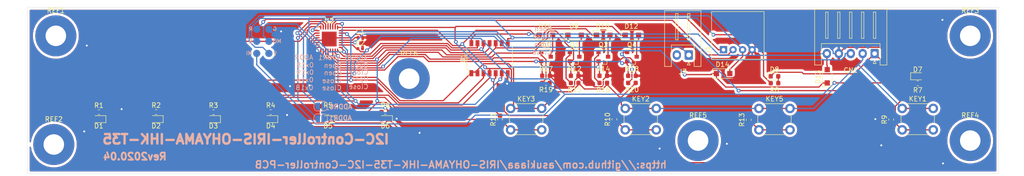
<source format=kicad_pcb>
(kicad_pcb (version 20171130) (host pcbnew 5.1.6-c6e7f7d~86~ubuntu18.04.1)
  (layers (0 F.Cu signal) (31 B.Cu signal) (34 B.Paste user) (35 F.Paste user) (36 B.SilkS user) (37 F.SilkS user) (38 B.Mask user) (39 F.Mask user) (44 Edge.Cuts user))
  (net 0 "")
  (net 1 GND)
  (net 2 "Net-(C1-Pad1)")
  (net 3 /D2)
  (net 4 /D4)
  (net 5 /CLK)
  (net 6 +5V)
  (net 7 "Net-(D1-Pad2)")
  (net 8 "Net-(D2-Pad2)")
  (net 9 "Net-(D3-Pad2)")
  (net 10 "Net-(D4-Pad2)")
  (net 11 "Net-(D5-Pad2)")
  (net 12 "Net-(D6-Pad2)")
  (net 13 "Net-(D7-Pad2)")
  (net 14 "Net-(D8-Pad2)")
  (net 15 "Net-(D9-Pad2)")
  (net 16 /A0)
  (net 17 "Net-(D10-Pad2)")
  (net 18 /D10)
  (net 19 "Net-(D11-Pad2)")
  (net 20 /A1)
  (net 21 "Net-(D12-Pad2)")
  (net 22 /A2)
  (net 23 /GROVE_5V)
  (net 24 /SDA)
  (net 25 /SCL)
  (net 26 /D12)
  (net 27 /D13)
  (net 28 /D11)
  (net 29 /RST)
  (net 30 "Net-(KEY1-Pad2)")
  (net 31 "Net-(KEY2-Pad2)")
  (net 32 "Net-(KEY3-Pad2)")
  (net 33 "Net-(KEY5-Pad2)")
  (net 34 /D8)
  (net 35 "Net-(Q1-Pad1)")
  (net 36 /D6)
  (net 37 "Net-(Q2-Pad1)")
  (net 38 /D7)
  (net 39 "Net-(Q3-Pad1)")
  (net 40 /D5)
  (net 41 "Net-(Q4-Pad1)")
  (net 42 /A3)
  (net 43 "Net-(U1-Pad9)")
  (net 44 /A6)
  (net 45 "Net-(U2-Pad13)")
  (net 46 "Net-(U2-Pad8)")
  (net 47 "Net-(U2-Pad7)")
  (net 48 "Net-(U2-Pad6)")
  (net 49 "Net-(U2-Pad3)")
  (net 50 /Controller_5V)
  (net 51 "Net-(J3-Pad2)")
  (net 52 /ADDR0)
  (net 53 /ADDR1)
  (net 54 "Net-(U2-Pad22)")
  (module Jumper:SolderJumper-2_P1.3mm_Open_RoundedPad1.0x1.5mm (layer B.Cu) (at 81.457 73.398)
    (fp_text reference JP2 hide)
    (fp_text value ADDR1_NO)
    (pad 2 smd custom (at 0.65 0) (size 1 0.5) (layers B.Cu B.Mask) (net 1 GND) (options (clearance outline) (anchor rect)) (primitives (gr_circle (center 0 -0.25) (end 0.5 -0.25) (width 0)) (gr_circle (center 0 0.25) (end 0.5 0.25) (width 0)) (gr_poly (pts (xy 0 0.75) (xy -0.5 0.75) (xy -0.5 -0.75) (xy 0 -0.75)) (width 0))))
    (pad 1 smd custom (at -0.65 0) (size 1 0.5) (layers B.Cu B.Mask) (net 53 /ADDR1) (options (clearance outline) (anchor rect)) (primitives (gr_circle (center 0 -0.25) (end 0.5 -0.25) (width 0)) (gr_circle (center 0 0.25) (end 0.5 0.25) (width 0)) (gr_poly (pts (xy 0 0.75) (xy 0.5 0.75) (xy 0.5 -0.75) (xy 0 -0.75)) (width 0))))
  )
  (module Jumper:SolderJumper-2_P1.3mm_Open_RoundedPad1.0x1.5mm (layer B.Cu) (at 81.457 70.773)
    (fp_text reference JP1 hide)
    (fp_text value ADDR0_NO)
    (pad 2 smd custom (at 0.65 0) (size 1 0.5) (layers B.Cu B.Mask) (net 1 GND) (options (clearance outline) (anchor rect)) (primitives (gr_circle (center 0 -0.25) (end 0.5 -0.25) (width 0)) (gr_circle (center 0 0.25) (end 0.5 0.25) (width 0)) (gr_poly (pts (xy 0 0.75) (xy -0.5 0.75) (xy -0.5 -0.75) (xy 0 -0.75)) (width 0))))
    (pad 1 smd custom (at -0.65 0) (size 1 0.5) (layers B.Cu B.Mask) (net 52 /ADDR0) (options (clearance outline) (anchor rect)) (primitives (gr_circle (center 0 -0.25) (end 0.5 -0.25) (width 0)) (gr_circle (center 0 0.25) (end 0.5 0.25) (width 0)) (gr_poly (pts (xy 0 0.75) (xy 0.5 0.75) (xy 0.5 -0.75) (xy 0 -0.75)) (width 0))))
  )
  (module footprints:SW_PUSH_6mm_center_like_smd (layer F.Cu) (at 176.5 73.5)
    (fp_text reference KEY5 (at 0 -4.25) (layer F.SilkS))
    (fp_text value oil_power)
    (pad 1 thru_hole circle (at 3.25 -2.25 90) (size 2 2) (drill 1.1) (layers *.Cu *.Mask) (net 4 /D4))
    (pad 2 thru_hole circle (at 3.25 2.25 90) (size 2 2) (drill 1.1) (layers *.Cu *.Mask) (net 33 "Net-(KEY5-Pad2)"))
    (pad 1 thru_hole circle (at -3.25 -2.25 90) (size 2 2) (drill 1.1) (layers *.Cu *.Mask) (net 4 /D4))
    (pad 2 thru_hole circle (at -3.25 2.25 90) (size 2 2) (drill 1.1) (layers *.Cu *.Mask) (net 33 "Net-(KEY5-Pad2)"))
  )
  (module footprints:SW_PUSH_6mm_center_like_smd (layer F.Cu) (at 124.5 73.5)
    (fp_text reference KEY3 (at 0 -4.25) (layer F.SilkS))
    (fp_text value power_down)
    (pad 1 thru_hole circle (at 3.25 -2.25 90) (size 2 2) (drill 1.1) (layers *.Cu *.Mask) (net 4 /D4))
    (pad 2 thru_hole circle (at 3.25 2.25 90) (size 2 2) (drill 1.1) (layers *.Cu *.Mask) (net 32 "Net-(KEY3-Pad2)"))
    (pad 1 thru_hole circle (at -3.25 -2.25 90) (size 2 2) (drill 1.1) (layers *.Cu *.Mask) (net 4 /D4))
    (pad 2 thru_hole circle (at -3.25 2.25 90) (size 2 2) (drill 1.1) (layers *.Cu *.Mask) (net 32 "Net-(KEY3-Pad2)"))
  )
  (module footprints:SW_PUSH_6mm_center_like_smd (layer F.Cu) (at 148.5 73.5)
    (fp_text reference KEY2 (at 0 -4.25) (layer F.SilkS))
    (fp_text value power_up)
    (pad 1 thru_hole circle (at 3.25 -2.25 90) (size 2 2) (drill 1.1) (layers *.Cu *.Mask) (net 4 /D4))
    (pad 2 thru_hole circle (at 3.25 2.25 90) (size 2 2) (drill 1.1) (layers *.Cu *.Mask) (net 31 "Net-(KEY2-Pad2)"))
    (pad 1 thru_hole circle (at -3.25 -2.25 90) (size 2 2) (drill 1.1) (layers *.Cu *.Mask) (net 4 /D4))
    (pad 2 thru_hole circle (at -3.25 2.25 90) (size 2 2) (drill 1.1) (layers *.Cu *.Mask) (net 31 "Net-(KEY2-Pad2)"))
  )
  (module footprints:SW_PUSH_6mm_center_like_smd (layer F.Cu) (at 206.5 73.5)
    (fp_text reference KEY1 (at 0 -4.25) (layer F.SilkS))
    (fp_text value normal_power)
    (pad 1 thru_hole circle (at 3.25 -2.25 90) (size 2 2) (drill 1.1) (layers *.Cu *.Mask) (net 4 /D4))
    (pad 2 thru_hole circle (at 3.25 2.25 90) (size 2 2) (drill 1.1) (layers *.Cu *.Mask) (net 30 "Net-(KEY1-Pad2)"))
    (pad 1 thru_hole circle (at -3.25 -2.25 90) (size 2 2) (drill 1.1) (layers *.Cu *.Mask) (net 4 /D4))
    (pad 2 thru_hole circle (at -3.25 2.25 90) (size 2 2) (drill 1.1) (layers *.Cu *.Mask) (net 30 "Net-(KEY1-Pad2)"))
  )
  (module MountingHole:MountingHole_4.3mm_M4_Pad (layer F.Cu) (at 100 65)
    (fp_text reference REF6 (at 0 -5.3) (layer F.SilkS))
    (fp_text value MountingHole_4.3mm_M4_Pad)
    (pad 1 thru_hole circle (at 0 0) (size 8.6 8.6) (drill 4.3) (layers *.Cu *.Mask))
  )
  (module MountingHole:MountingHole_4.3mm_M4_Pad (layer F.Cu) (at 160.5 78)
    (fp_text reference REF5 (at 0 -5.3) (layer F.SilkS))
    (fp_text value MountingHole_4.3mm_M4_Pad)
    (pad 1 thru_hole circle (at 0 0) (size 8.6 8.6) (drill 4.3) (layers *.Cu *.Mask))
  )
  (module MountingHole:MountingHole_4.3mm_M4_Pad (layer F.Cu) (at 217.5 78)
    (fp_text reference REF4 (at 0 -5.3) (layer F.SilkS))
    (fp_text value MountingHole_4.3mm_M4_Pad)
    (pad 1 thru_hole circle (at 0 0) (size 8.6 8.6) (drill 4.3) (layers *.Cu *.Mask))
  )
  (module MountingHole:MountingHole_4.3mm_M4_Pad (layer F.Cu) (at 217.5 56)
    (fp_text reference REF3 (at 0 -5.3) (layer F.SilkS))
    (fp_text value MountingHole_4.3mm_M4_Pad)
    (pad 1 thru_hole circle (at 0 0) (size 8.6 8.6) (drill 4.3) (layers *.Cu *.Mask))
  )
  (module MountingHole:MountingHole_4.3mm_M4_Pad (layer F.Cu) (at 25.575 78.825)
    (fp_text reference REF2 (at 0 -5.3) (layer F.SilkS))
    (fp_text value MountingHole_4.3mm_M4_Pad)
    (pad 1 thru_hole circle (at 0 0) (size 8.6 8.6) (drill 4.3) (layers *.Cu *.Mask))
  )
  (module MountingHole:MountingHole_4.3mm_M4_Pad (layer F.Cu) (at 26 56)
    (fp_text reference REF1 (at 0 -5.3) (layer F.SilkS))
    (fp_text value MountingHole_4.3mm_M4_Pad)
    (pad 1 thru_hole circle (at 0 0) (size 8.6 8.6) (drill 4.3) (layers *.Cu *.Mask))
  )
  (module Connector_JST:JST_XH_S5B-XH-A_1x05_P2.50mm_Horizontal (layer F.Cu) (at 197.475 59.725 180)
    (fp_text reference CN1 (at 5 -3.5) (layer F.SilkS))
    (fp_text value Conn_01x05)
    (pad 5 thru_hole oval (at 10 0 180) (size 1.7 1.95) (drill 0.95) (layers *.Cu *.Mask) (net 6 +5V))
    (pad 4 thru_hole oval (at 7.5 0 180) (size 1.7 1.95) (drill 0.95) (layers *.Cu *.Mask) (net 1 GND))
    (pad 3 thru_hole oval (at 5 0 180) (size 1.7 1.95) (drill 0.95) (layers *.Cu *.Mask) (net 5 /CLK))
    (pad 2 thru_hole oval (at 2.5 0 180) (size 1.7 1.95) (drill 0.95) (layers *.Cu *.Mask) (net 4 /D4))
    (pad 1 thru_hole roundrect (at 0 0 180) (size 1.7 1.95) (drill 0.95) (layers *.Cu *.Mask) (roundrect_rratio 0.147059) (net 3 /D2))
  )
  (module Connector_JST:JST_XH_S2B-XH-A_1x02_P2.50mm_Horizontal (layer F.Cu) (at 158.55 60.025 180)
    (fp_text reference J3 (at 1.25 -3.5) (layer F.SilkS))
    (fp_text value thermistor)
    (pad 2 thru_hole oval (at 2.5 0 180) (size 1.7 2) (drill 1) (layers *.Cu *.Mask) (net 51 "Net-(J3-Pad2)"))
    (pad 1 thru_hole roundrect (at 0 0 180) (size 1.7 2) (drill 1) (layers *.Cu *.Mask) (roundrect_rratio 0.147059) (net 44 /A6))
  )
  (module Package_DFN_QFN:QFN-32-1EP_5x5mm_P0.5mm_EP3.1x3.1mm (layer F.Cu) (at 83.25 56.675)
    (fp_text reference U2 (at 0 -3.82) (layer F.SilkS))
    (fp_text value ATmega328P-MU)
    (pad 33 smd rect (at 0 0) (size 3.1 3.1) (layers F.Cu F.Mask) (net 1 GND))
    (pad 32 smd roundrect (at -1.75 -2.4375) (size 0.25 0.875) (layers F.Cu F.Paste F.Mask) (net 3 /D2))
    (pad 31 smd roundrect (at -1.25 -2.4375) (size 0.25 0.875) (layers F.Cu F.Paste F.Mask) (net 53 /ADDR1))
    (pad 30 smd roundrect (at -0.75 -2.4375) (size 0.25 0.875) (layers F.Cu F.Paste F.Mask) (net 52 /ADDR0))
    (pad 29 smd roundrect (at -0.25 -2.4375) (size 0.25 0.875) (layers F.Cu F.Paste F.Mask) (net 29 /RST))
    (pad 28 smd roundrect (at 0.25 -2.4375) (size 0.25 0.875) (layers F.Cu F.Paste F.Mask) (net 25 /SCL))
    (pad 27 smd roundrect (at 0.75 -2.4375) (size 0.25 0.875) (layers F.Cu F.Paste F.Mask) (net 24 /SDA))
    (pad 26 smd roundrect (at 1.25 -2.4375) (size 0.25 0.875) (layers F.Cu F.Paste F.Mask) (net 42 /A3))
    (pad 25 smd roundrect (at 1.75 -2.4375) (size 0.25 0.875) (layers F.Cu F.Paste F.Mask) (net 22 /A2))
    (pad 24 smd roundrect (at 2.4375 -1.75) (size 0.875 0.25) (layers F.Cu F.Paste F.Mask) (net 20 /A1))
    (pad 23 smd roundrect (at 2.4375 -1.25) (size 0.875 0.25) (layers F.Cu F.Paste F.Mask) (net 16 /A0))
    (pad 22 smd roundrect (at 2.4375 -0.75) (size 0.875 0.25) (layers F.Cu F.Paste F.Mask) (net 54 "Net-(U2-Pad22)"))
    (pad 21 smd roundrect (at 2.4375 -0.25) (size 0.875 0.25) (layers F.Cu F.Paste F.Mask) (net 1 GND))
    (pad 20 smd roundrect (at 2.4375 0.25) (size 0.875 0.25) (layers F.Cu F.Paste F.Mask) (net 2 "Net-(C1-Pad1)"))
    (pad 19 smd roundrect (at 2.4375 0.75) (size 0.875 0.25) (layers F.Cu F.Paste F.Mask) (net 44 /A6))
    (pad 18 smd roundrect (at 2.4375 1.25) (size 0.875 0.25) (layers F.Cu F.Paste F.Mask) (net 50 /Controller_5V))
    (pad 17 smd roundrect (at 2.4375 1.75) (size 0.875 0.25) (layers F.Cu F.Paste F.Mask) (net 27 /D13))
    (pad 16 smd roundrect (at 1.75 2.4375) (size 0.25 0.875) (layers F.Cu F.Paste F.Mask) (net 26 /D12))
    (pad 15 smd roundrect (at 1.25 2.4375) (size 0.25 0.875) (layers F.Cu F.Paste F.Mask) (net 28 /D11))
    (pad 14 smd roundrect (at 0.75 2.4375) (size 0.25 0.875) (layers F.Cu F.Paste F.Mask) (net 18 /D10))
    (pad 13 smd roundrect (at 0.25 2.4375) (size 0.25 0.875) (layers F.Cu F.Paste F.Mask) (net 45 "Net-(U2-Pad13)"))
    (pad 12 smd roundrect (at -0.25 2.4375) (size 0.25 0.875) (layers F.Cu F.Paste F.Mask) (net 34 /D8))
    (pad 11 smd roundrect (at -0.75 2.4375) (size 0.25 0.875) (layers F.Cu F.Paste F.Mask) (net 38 /D7))
    (pad 10 smd roundrect (at -1.25 2.4375) (size 0.25 0.875) (layers F.Cu F.Paste F.Mask) (net 36 /D6))
    (pad 9 smd roundrect (at -1.75 2.4375) (size 0.25 0.875) (layers F.Cu F.Paste F.Mask) (net 40 /D5))
    (pad 8 smd roundrect (at -2.4375 1.75) (size 0.875 0.25) (layers F.Cu F.Paste F.Mask) (net 46 "Net-(U2-Pad8)"))
    (pad 7 smd roundrect (at -2.4375 1.25) (size 0.875 0.25) (layers F.Cu F.Paste F.Mask) (net 47 "Net-(U2-Pad7)"))
    (pad 6 smd roundrect (at -2.4375 0.75) (size 0.875 0.25) (layers F.Cu F.Paste F.Mask) (net 48 "Net-(U2-Pad6)"))
    (pad 5 smd roundrect (at -2.4375 0.25) (size 0.875 0.25) (layers F.Cu F.Paste F.Mask) (net 1 GND))
    (pad 4 smd roundrect (at -2.4375 -0.25) (size 0.875 0.25) (layers F.Cu F.Paste F.Mask) (net 50 /Controller_5V))
    (pad 3 smd roundrect (at -2.4375 -0.75) (size 0.875 0.25) (layers F.Cu F.Paste F.Mask) (net 49 "Net-(U2-Pad3)"))
    (pad 2 smd roundrect (at -2.4375 -1.25) (size 0.875 0.25) (layers F.Cu F.Paste F.Mask) (net 4 /D4))
    (pad 1 smd roundrect (at -2.4375 -1.75) (size 0.875 0.25) (layers F.Cu F.Paste F.Mask) (net 5 /CLK))
  )
  (module footprints:SOP-14_4.4x9.2mm_P1.27mm (layer F.Cu) (at 116.84 60.706 90)
    (fp_text reference U1 (at 0 -5.565 90) (layer F.SilkS))
    (fp_text value 74HC164)
    (pad 14 smd rect (at 3.15 -3.815 90) (size 1.3 0.8) (layers F.Cu F.Paste F.Mask) (net 6 +5V))
    (pad 13 smd rect (at 3.15 -2.535 90) (size 1.3 0.8) (layers F.Cu F.Paste F.Mask) (net 27 /D13))
    (pad 12 smd rect (at 3.15 -1.275 90) (size 1.3 0.8) (layers F.Cu F.Paste F.Mask) (net 26 /D12))
    (pad 11 smd rect (at 3.15 -0.005 90) (size 1.3 0.8) (layers F.Cu F.Paste F.Mask) (net 28 /D11))
    (pad 10 smd rect (at 3.15 1.275 90) (size 1.3 0.8) (layers F.Cu F.Paste F.Mask) (net 18 /D10))
    (pad 9 smd rect (at 3.15 2.545 90) (size 1.3 0.8) (layers F.Cu F.Paste F.Mask) (net 43 "Net-(U1-Pad9)"))
    (pad 8 smd rect (at 3.15 3.805 90) (size 1.3 0.8) (layers F.Cu F.Paste F.Mask) (net 5 /CLK))
    (pad 7 smd rect (at -3.15 3.805 90) (size 1.3 0.8) (layers F.Cu F.Paste F.Mask) (net 1 GND))
    (pad 6 smd rect (at -3.15 2.545 90) (size 1.3 0.8) (layers F.Cu F.Paste F.Mask) (net 42 /A3))
    (pad 5 smd rect (at -3.15 1.275 90) (size 1.3 0.8) (layers F.Cu F.Paste F.Mask) (net 22 /A2))
    (pad 4 smd rect (at -3.15 -0.005 90) (size 1.3 0.8) (layers F.Cu F.Paste F.Mask) (net 20 /A1))
    (pad 3 smd rect (at -3.15 -1.275 90) (size 1.3 0.8) (layers F.Cu F.Paste F.Mask) (net 16 /A0))
    (pad 2 smd rect (at -3.15 -2.535 90) (size 1.3 0.8) (layers F.Cu F.Paste F.Mask) (net 4 /D4))
    (pad 1 smd rect (at -3.15 -3.815 90) (size 1.3 0.8) (layers F.Cu F.Paste F.Mask) (net 4 /D4))
  )
  (module Resistor_SMD:R_0603_1608Metric (layer F.Cu) (at 146.648 65.891 180)
    (fp_text reference R20 (at 0 -1.43) (layer F.SilkS))
    (fp_text value 1k)
    (pad 2 smd roundrect (at 0.7875 0 180) (size 0.875 0.95) (layers F.Cu F.Paste F.Mask) (net 41 "Net-(Q4-Pad1)"))
    (pad 1 smd roundrect (at -0.7875 0 180) (size 0.875 0.95) (layers F.Cu F.Paste F.Mask) (net 4 /D4))
  )
  (module Resistor_SMD:R_0603_1608Metric (layer F.Cu) (at 128.648 65.891 180)
    (fp_text reference R19 (at 0 -1.43) (layer F.SilkS))
    (fp_text value 1k)
    (pad 2 smd roundrect (at 0.7875 0 180) (size 0.875 0.95) (layers F.Cu F.Paste F.Mask) (net 39 "Net-(Q3-Pad1)"))
    (pad 1 smd roundrect (at -0.7875 0 180) (size 0.875 0.95) (layers F.Cu F.Paste F.Mask) (net 4 /D4))
  )
  (module Resistor_SMD:R_0603_1608Metric (layer F.Cu) (at 146.648 64.391)
    (fp_text reference R18 (at 0 -1.43) (layer F.SilkS))
    (fp_text value 1k)
    (pad 2 smd roundrect (at 0.7875 0) (size 0.875 0.95) (layers F.Cu F.Paste F.Mask) (net 1 GND))
    (pad 1 smd roundrect (at -0.7875 0) (size 0.875 0.95) (layers F.Cu F.Paste F.Mask) (net 40 /D5))
  )
  (module Resistor_SMD:R_0603_1608Metric (layer F.Cu) (at 128.648 64.391)
    (fp_text reference R17 (at 0 -1.43) (layer F.SilkS))
    (fp_text value 1k)
    (pad 2 smd roundrect (at 0.7875 0) (size 0.875 0.95) (layers F.Cu F.Paste F.Mask) (net 1 GND))
    (pad 1 smd roundrect (at -0.7875 0) (size 0.875 0.95) (layers F.Cu F.Paste F.Mask) (net 38 /D7))
  )
  (module Resistor_SMD:R_0603_1608Metric (layer F.Cu) (at 140.648 65.891 180)
    (fp_text reference R16 (at 0 -1.43) (layer F.SilkS))
    (fp_text value 1k)
    (pad 2 smd roundrect (at 0.7875 0 180) (size 0.875 0.95) (layers F.Cu F.Paste F.Mask) (net 37 "Net-(Q2-Pad1)"))
    (pad 1 smd roundrect (at -0.7875 0 180) (size 0.875 0.95) (layers F.Cu F.Paste F.Mask) (net 4 /D4))
  )
  (module Resistor_SMD:R_0603_1608Metric (layer F.Cu) (at 134.648 65.891 180)
    (fp_text reference R15 (at 0 -1.43) (layer F.SilkS))
    (fp_text value 1k)
    (pad 2 smd roundrect (at 0.7875 0 180) (size 0.875 0.95) (layers F.Cu F.Paste F.Mask) (net 35 "Net-(Q1-Pad1)"))
    (pad 1 smd roundrect (at -0.7875 0 180) (size 0.875 0.95) (layers F.Cu F.Paste F.Mask) (net 4 /D4))
  )
  (module Resistor_SMD:R_0603_1608Metric (layer F.Cu) (at 140.648 64.391)
    (fp_text reference R14 (at 0 -1.43) (layer F.SilkS))
    (fp_text value 1k)
    (pad 2 smd roundrect (at 0.7875 0) (size 0.875 0.95) (layers F.Cu F.Paste F.Mask) (net 1 GND))
    (pad 1 smd roundrect (at -0.7875 0) (size 0.875 0.95) (layers F.Cu F.Paste F.Mask) (net 36 /D6))
  )
  (module Resistor_SMD:R_0603_1608Metric (layer F.Cu) (at 171.1 73.6375 90)
    (fp_text reference R13 (at 0 -1.43 90) (layer F.SilkS))
    (fp_text value 2k)
    (pad 2 smd roundrect (at 0.7875 0 90) (size 0.875 0.95) (layers F.Cu F.Paste F.Mask) (net 18 /D10))
    (pad 1 smd roundrect (at -0.7875 0 90) (size 0.875 0.95) (layers F.Cu F.Paste F.Mask) (net 33 "Net-(KEY5-Pad2)"))
  )
  (module Resistor_SMD:R_0603_1608Metric (layer F.Cu) (at 134.648 64.391)
    (fp_text reference R12 (at 0 -1.43) (layer F.SilkS))
    (fp_text value 1k)
    (pad 2 smd roundrect (at 0.7875 0) (size 0.875 0.95) (layers F.Cu F.Paste F.Mask) (net 1 GND))
    (pad 1 smd roundrect (at -0.7875 0) (size 0.875 0.95) (layers F.Cu F.Paste F.Mask) (net 34 /D8))
  )
  (module Resistor_SMD:R_0603_1608Metric (layer F.Cu) (at 119.025 73.5625 90)
    (fp_text reference R11 (at 0 -1.43 90) (layer F.SilkS))
    (fp_text value 2k)
    (pad 2 smd roundrect (at 0.7875 0 90) (size 0.875 0.95) (layers F.Cu F.Paste F.Mask) (net 22 /A2))
    (pad 1 smd roundrect (at -0.7875 0 90) (size 0.875 0.95) (layers F.Cu F.Paste F.Mask) (net 32 "Net-(KEY3-Pad2)"))
  )
  (module Resistor_SMD:R_0603_1608Metric (layer F.Cu) (at 142.975 73.5375 90)
    (fp_text reference R10 (at 0 -1.43 90) (layer F.SilkS))
    (fp_text value 2k)
    (pad 2 smd roundrect (at 0.7875 0 90) (size 0.875 0.95) (layers F.Cu F.Paste F.Mask) (net 20 /A1))
    (pad 1 smd roundrect (at -0.7875 0 90) (size 0.875 0.95) (layers F.Cu F.Paste F.Mask) (net 31 "Net-(KEY2-Pad2)"))
  )
  (module Resistor_SMD:R_0603_1608Metric (layer F.Cu) (at 200.95 73.5875 90)
    (fp_text reference R9 (at 0 -1.43 90) (layer F.SilkS))
    (fp_text value 2k)
    (pad 2 smd roundrect (at 0.7875 0 90) (size 0.875 0.95) (layers F.Cu F.Paste F.Mask) (net 16 /A0))
    (pad 1 smd roundrect (at -0.7875 0 90) (size 0.875 0.95) (layers F.Cu F.Paste F.Mask) (net 30 "Net-(KEY1-Pad2)"))
  )
  (module Resistor_SMD:R_0603_1608Metric (layer F.Cu) (at 176.512 65.95 180)
    (fp_text reference R8 (at 0 -1.43) (layer F.SilkS))
    (fp_text value 1k)
    (pad 2 smd roundrect (at 0.7875 0 180) (size 0.875 0.95) (layers F.Cu F.Paste F.Mask) (net 27 /D13))
    (pad 1 smd roundrect (at -0.7875 0 180) (size 0.875 0.95) (layers F.Cu F.Paste F.Mask) (net 14 "Net-(D8-Pad2)"))
  )
  (module Resistor_SMD:R_0603_1608Metric (layer F.Cu) (at 206.512 65.975 180)
    (fp_text reference R7 (at 0 -1.43) (layer F.SilkS))
    (fp_text value 1k)
    (pad 2 smd roundrect (at 0.7875 0 180) (size 0.875 0.95) (layers F.Cu F.Paste F.Mask) (net 26 /D12))
    (pad 1 smd roundrect (at -0.7875 0 180) (size 0.875 0.95) (layers F.Cu F.Paste F.Mask) (net 13 "Net-(D7-Pad2)"))
  )
  (module Resistor_SMD:R_0603_1608Metric (layer F.Cu) (at 95 72)
    (fp_text reference R6 (at 0 -1.43) (layer F.SilkS))
    (fp_text value 1k)
    (pad 2 smd roundrect (at 0.7875 0) (size 0.875 0.95) (layers F.Cu F.Paste F.Mask) (net 28 /D11))
    (pad 1 smd roundrect (at -0.7875 0) (size 0.875 0.95) (layers F.Cu F.Paste F.Mask) (net 12 "Net-(D6-Pad2)"))
  )
  (module Resistor_SMD:R_0603_1608Metric (layer F.Cu) (at 83.0125 72.025)
    (fp_text reference R5 (at 0 -1.43) (layer F.SilkS))
    (fp_text value 1k)
    (pad 2 smd roundrect (at 0.7875 0) (size 0.875 0.95) (layers F.Cu F.Paste F.Mask) (net 18 /D10))
    (pad 1 smd roundrect (at -0.7875 0) (size 0.875 0.95) (layers F.Cu F.Paste F.Mask) (net 11 "Net-(D5-Pad2)"))
  )
  (module Resistor_SMD:R_0603_1608Metric (layer F.Cu) (at 71 72.025)
    (fp_text reference R4 (at 0 -1.43) (layer F.SilkS))
    (fp_text value 1k)
    (pad 2 smd roundrect (at 0.7875 0) (size 0.875 0.95) (layers F.Cu F.Paste F.Mask) (net 42 /A3))
    (pad 1 smd roundrect (at -0.7875 0) (size 0.875 0.95) (layers F.Cu F.Paste F.Mask) (net 10 "Net-(D4-Pad2)"))
  )
  (module Resistor_SMD:R_0603_1608Metric (layer F.Cu) (at 59.0125 72.05)
    (fp_text reference R3 (at 0 -1.43) (layer F.SilkS))
    (fp_text value 1k)
    (pad 2 smd roundrect (at 0.7875 0) (size 0.875 0.95) (layers F.Cu F.Paste F.Mask) (net 22 /A2))
    (pad 1 smd roundrect (at -0.7875 0) (size 0.875 0.95) (layers F.Cu F.Paste F.Mask) (net 9 "Net-(D3-Pad2)"))
  )
  (module Resistor_SMD:R_0603_1608Metric (layer F.Cu) (at 47.0125 72.025)
    (fp_text reference R2 (at 0 -1.43) (layer F.SilkS))
    (fp_text value 1k)
    (pad 2 smd roundrect (at 0.7875 0) (size 0.875 0.95) (layers F.Cu F.Paste F.Mask) (net 20 /A1))
    (pad 1 smd roundrect (at -0.7875 0) (size 0.875 0.95) (layers F.Cu F.Paste F.Mask) (net 8 "Net-(D2-Pad2)"))
  )
  (module Resistor_SMD:R_0603_1608Metric (layer F.Cu) (at 35.0125 72.05)
    (fp_text reference R1 (at 0 -1.43) (layer F.SilkS))
    (fp_text value 1k)
    (pad 2 smd roundrect (at 0.7875 0) (size 0.875 0.95) (layers F.Cu F.Paste F.Mask) (net 16 /A0))
    (pad 1 smd roundrect (at -0.7875 0) (size 0.875 0.95) (layers F.Cu F.Paste F.Mask) (net 7 "Net-(D1-Pad2)"))
  )
  (module Package_TO_SOT_SMD:SOT-23 (layer F.Cu) (at 146.648 60.391)
    (fp_text reference Q4 (at 0 -2.5) (layer F.SilkS))
    (fp_text value Q_NMOS_DGS)
    (pad 3 smd rect (at 1 0) (size 0.9 0.8) (layers F.Cu F.Paste F.Mask) (net 21 "Net-(D12-Pad2)"))
    (pad 2 smd rect (at -1 0.95) (size 0.9 0.8) (layers F.Cu F.Paste F.Mask) (net 40 /D5))
    (pad 1 smd rect (at -1 -0.95) (size 0.9 0.8) (layers F.Cu F.Paste F.Mask) (net 41 "Net-(Q4-Pad1)"))
  )
  (module Package_TO_SOT_SMD:SOT-23 (layer F.Cu) (at 128.648 60.391)
    (fp_text reference Q3 (at 0 -2.5) (layer F.SilkS))
    (fp_text value Q_NMOS_DGS)
    (pad 3 smd rect (at 1 0) (size 0.9 0.8) (layers F.Cu F.Paste F.Mask) (net 19 "Net-(D11-Pad2)"))
    (pad 2 smd rect (at -1 0.95) (size 0.9 0.8) (layers F.Cu F.Paste F.Mask) (net 38 /D7))
    (pad 1 smd rect (at -1 -0.95) (size 0.9 0.8) (layers F.Cu F.Paste F.Mask) (net 39 "Net-(Q3-Pad1)"))
  )
  (module Package_TO_SOT_SMD:SOT-23 (layer F.Cu) (at 140.648 60.391)
    (fp_text reference Q2 (at 0 -2.5) (layer F.SilkS))
    (fp_text value Q_NMOS_DGS)
    (pad 3 smd rect (at 1 0) (size 0.9 0.8) (layers F.Cu F.Paste F.Mask) (net 17 "Net-(D10-Pad2)"))
    (pad 2 smd rect (at -1 0.95) (size 0.9 0.8) (layers F.Cu F.Paste F.Mask) (net 36 /D6))
    (pad 1 smd rect (at -1 -0.95) (size 0.9 0.8) (layers F.Cu F.Paste F.Mask) (net 37 "Net-(Q2-Pad1)"))
  )
  (module Package_TO_SOT_SMD:SOT-23 (layer F.Cu) (at 134.648 60.391)
    (fp_text reference Q1 (at 0 -2.5) (layer F.SilkS))
    (fp_text value Q_NMOS_DGS)
    (pad 3 smd rect (at 1 0) (size 0.9 0.8) (layers F.Cu F.Paste F.Mask) (net 15 "Net-(D9-Pad2)"))
    (pad 2 smd rect (at -1 0.95) (size 0.9 0.8) (layers F.Cu F.Paste F.Mask) (net 34 /D8))
    (pad 1 smd rect (at -1 -0.95) (size 0.9 0.8) (layers F.Cu F.Paste F.Mask) (net 35 "Net-(Q1-Pad1)"))
  )
  (module my-kicad-footprints:2x03_P2.54mm_Pads (layer B.Cu) (at 69.342 57.15)
    (fp_text reference J2 hide)
    (fp_text value Conn_01x06)
    (fp_text user R (at -2.5146 -2.5654) (layer B.SilkS) (effects (font (size 0.8 0.8)) (justify mirror)))
    (fp_text user G (at 2.5146 -2.6035) (layer B.SilkS) (effects (font (size 0.8 0.8)) (justify mirror)))
    (fp_text user MO (at 2.9972 -0.0254) (layer B.SilkS) (effects (font (size 0.8 0.8)) (justify mirror)))
    (fp_text user S (at -2.5527 0.0254) (layer B.SilkS) (effects (font (size 0.8 0.8)) (justify mirror)))
    (fp_text user V (at 2.5527 2.5654) (layer B.SilkS) (effects (font (size 0.8 0.8)) (justify mirror)))
    (fp_text user MI (at -2.8575 2.5019) (layer B.SilkS) (effects (font (size 0.8 0.8)) (justify mirror)))
    (pad 1 connect circle (at -1.27 2.54) (size 1.524 1.524) (layers B.Cu B.Mask) (net 26 /D12))
    (pad 2 connect circle (at 1.27 2.54) (size 1.524 1.524) (layers B.Cu B.Mask) (net 23 /GROVE_5V))
    (pad 3 connect circle (at -1.27 0) (size 1.524 1.524) (layers B.Cu B.Mask) (net 27 /D13))
    (pad 4 connect circle (at 1.27 0) (size 1.524 1.524) (layers B.Cu B.Mask) (net 28 /D11))
    (pad 5 connect circle (at -1.27 -2.54) (size 1.524 1.524) (layers B.Cu B.Mask) (net 29 /RST))
    (pad 6 connect circle (at 1.27 -2.54) (size 1.524 1.524) (layers B.Cu B.Mask) (net 1 GND))
  )
  (module my-kicad-footprints:NS-Tech_Grove_1x04_P2mm_Horizontal (layer F.Cu) (at 168.825 58.925 90)
    (fp_text reference J1 (at -0.0127 -6.3246 90) (layer F.SilkS))
    (fp_text value Grove)
    (pad 4 thru_hole circle (at 0 3 90) (size 1.524 1.524) (drill 0.762) (layers *.Cu *.Mask) (net 1 GND))
    (pad 3 thru_hole circle (at 0 1 90) (size 1.524 1.524) (drill 0.762) (layers *.Cu *.Mask) (net 23 /GROVE_5V))
    (pad 2 thru_hole circle (at 0 -1 90) (size 1.524 1.524) (drill 0.762) (layers *.Cu *.Mask) (net 24 /SDA))
    (pad 1 thru_hole rect (at 0 -3 90) (size 1.524 1.524) (drill 0.762) (layers *.Cu *.Mask) (net 25 /SCL))
  )
  (module Diode_SMD:D_SOD-123F (layer F.Cu) (at 165.75 63.925)
    (fp_text reference D14 (at -0.127 -1.905) (layer F.SilkS))
    (fp_text value D)
    (pad 2 smd rect (at 1.4 0) (size 1.1 1.1) (layers F.Cu F.Paste F.Mask) (net 23 /GROVE_5V))
    (pad 1 smd rect (at -1.4 0) (size 1.1 1.1) (layers F.Cu F.Paste F.Mask) (net 50 /Controller_5V))
  )
  (module Diode_SMD:D_SOD-123F (layer F.Cu) (at 187.55 64.5 90)
    (fp_text reference D13 (at -0.127 -1.905 90) (layer F.SilkS))
    (fp_text value D)
    (pad 2 smd rect (at 1.4 0 90) (size 1.1 1.1) (layers F.Cu F.Paste F.Mask) (net 6 +5V))
    (pad 1 smd rect (at -1.4 0 90) (size 1.1 1.1) (layers F.Cu F.Paste F.Mask) (net 50 /Controller_5V))
  )
  (module Diode_SMD:D_SOD-123F (layer F.Cu) (at 146.648 55.891)
    (fp_text reference D12 (at -0.127 -1.905) (layer F.SilkS))
    (fp_text value D)
    (pad 2 smd rect (at 1.4 0) (size 1.1 1.1) (layers F.Cu F.Paste F.Mask) (net 21 "Net-(D12-Pad2)"))
    (pad 1 smd rect (at -1.4 0) (size 1.1 1.1) (layers F.Cu F.Paste F.Mask) (net 22 /A2))
  )
  (module Diode_SMD:D_SOD-123F (layer F.Cu) (at 128.648 55.891)
    (fp_text reference D11 (at -0.127 -1.905) (layer F.SilkS))
    (fp_text value D)
    (pad 2 smd rect (at 1.4 0) (size 1.1 1.1) (layers F.Cu F.Paste F.Mask) (net 19 "Net-(D11-Pad2)"))
    (pad 1 smd rect (at -1.4 0) (size 1.1 1.1) (layers F.Cu F.Paste F.Mask) (net 20 /A1))
  )
  (module Diode_SMD:D_SOD-123F (layer F.Cu) (at 140.648 55.891)
    (fp_text reference D10 (at -0.127 -1.905) (layer F.SilkS))
    (fp_text value D)
    (pad 2 smd rect (at 1.4 0) (size 1.1 1.1) (layers F.Cu F.Paste F.Mask) (net 17 "Net-(D10-Pad2)"))
    (pad 1 smd rect (at -1.4 0) (size 1.1 1.1) (layers F.Cu F.Paste F.Mask) (net 18 /D10))
  )
  (module Diode_SMD:D_SOD-123F (layer F.Cu) (at 134.648 55.891)
    (fp_text reference D9 (at -0.127 -1.905) (layer F.SilkS))
    (fp_text value D)
    (pad 2 smd rect (at 1.4 0) (size 1.1 1.1) (layers F.Cu F.Paste F.Mask) (net 15 "Net-(D9-Pad2)"))
    (pad 1 smd rect (at -1.4 0) (size 1.1 1.1) (layers F.Cu F.Paste F.Mask) (net 16 /A0))
  )
  (module LED_SMD:LED_0603_1608Metric (layer F.Cu) (at 176.5 64.5)
    (fp_text reference D8 (at 0 -1.43) (layer F.SilkS))
    (fp_text value OilState)
    (pad 2 smd roundrect (at 0.7875 0) (size 0.875 0.95) (layers F.Cu F.Paste F.Mask) (net 14 "Net-(D8-Pad2)"))
    (pad 1 smd roundrect (at -0.7875 0) (size 0.875 0.95) (layers F.Cu F.Paste F.Mask) (net 3 /D2))
  )
  (module LED_SMD:LED_0603_1608Metric (layer F.Cu) (at 206.5 64.5)
    (fp_text reference D7 (at 0 -1.43) (layer F.SilkS))
    (fp_text value NomalState)
    (pad 2 smd roundrect (at 0.7875 0) (size 0.875 0.95) (layers F.Cu F.Paste F.Mask) (net 13 "Net-(D7-Pad2)"))
    (pad 1 smd roundrect (at -0.7875 0) (size 0.875 0.95) (layers F.Cu F.Paste F.Mask) (net 3 /D2))
  )
  (module LED_SMD:LED_0603_1608Metric (layer F.Cu) (at 95 73.5 180)
    (fp_text reference D6 (at 0 -1.43) (layer F.SilkS))
    (fp_text value Level6)
    (pad 2 smd roundrect (at 0.7875 0 180) (size 0.875 0.95) (layers F.Cu F.Paste F.Mask) (net 12 "Net-(D6-Pad2)"))
    (pad 1 smd roundrect (at -0.7875 0 180) (size 0.875 0.95) (layers F.Cu F.Paste F.Mask) (net 3 /D2))
  )
  (module LED_SMD:LED_0603_1608Metric (layer F.Cu) (at 83 73.5 180)
    (fp_text reference D5 (at 0 -1.43) (layer F.SilkS))
    (fp_text value Level5)
    (pad 2 smd roundrect (at 0.7875 0 180) (size 0.875 0.95) (layers F.Cu F.Paste F.Mask) (net 11 "Net-(D5-Pad2)"))
    (pad 1 smd roundrect (at -0.7875 0 180) (size 0.875 0.95) (layers F.Cu F.Paste F.Mask) (net 3 /D2))
  )
  (module LED_SMD:LED_0603_1608Metric (layer F.Cu) (at 71 73.5 180)
    (fp_text reference D4 (at 0 -1.43) (layer F.SilkS))
    (fp_text value Level4)
    (pad 2 smd roundrect (at 0.7875 0 180) (size 0.875 0.95) (layers F.Cu F.Paste F.Mask) (net 10 "Net-(D4-Pad2)"))
    (pad 1 smd roundrect (at -0.7875 0 180) (size 0.875 0.95) (layers F.Cu F.Paste F.Mask) (net 3 /D2))
  )
  (module LED_SMD:LED_0603_1608Metric (layer F.Cu) (at 59 73.5 180)
    (fp_text reference D3 (at 0 -1.43) (layer F.SilkS))
    (fp_text value Level3)
    (pad 2 smd roundrect (at 0.7875 0 180) (size 0.875 0.95) (layers F.Cu F.Paste F.Mask) (net 9 "Net-(D3-Pad2)"))
    (pad 1 smd roundrect (at -0.7875 0 180) (size 0.875 0.95) (layers F.Cu F.Paste F.Mask) (net 3 /D2))
  )
  (module LED_SMD:LED_0603_1608Metric (layer F.Cu) (at 47 73.5 180)
    (fp_text reference D2 (at 0 -1.43) (layer F.SilkS))
    (fp_text value Level2)
    (pad 2 smd roundrect (at 0.7875 0 180) (size 0.875 0.95) (layers F.Cu F.Paste F.Mask) (net 8 "Net-(D2-Pad2)"))
    (pad 1 smd roundrect (at -0.7875 0 180) (size 0.875 0.95) (layers F.Cu F.Paste F.Mask) (net 3 /D2))
  )
  (module LED_SMD:LED_0603_1608Metric (layer F.Cu) (at 35 73.5 180)
    (fp_text reference D1 (at 0 -1.43) (layer F.SilkS))
    (fp_text value Level1)
    (pad 2 smd roundrect (at 0.7875 0 180) (size 0.875 0.95) (layers F.Cu F.Paste F.Mask) (net 7 "Net-(D1-Pad2)"))
    (pad 1 smd roundrect (at -0.7875 0 180) (size 0.875 0.95) (layers F.Cu F.Paste F.Mask) (net 3 /D2))
  )
  (module Capacitor_SMD:C_0402_1005Metric (layer F.Cu) (at 89.74 58.7)
    (fp_text reference C2 (at 0 -1.17) (layer F.SilkS))
    (fp_text value 0.1uf)
    (pad 2 smd roundrect (at 0.485 0) (size 0.59 0.64) (layers F.Cu F.Paste F.Mask) (net 1 GND))
    (pad 1 smd roundrect (at -0.485 0) (size 0.59 0.64) (layers F.Cu F.Paste F.Mask) (net 50 /Controller_5V))
  )
  (module Capacitor_SMD:C_0402_1005Metric (layer F.Cu) (at 89.765 56.35)
    (fp_text reference C1 (at 0 -1.17) (layer F.SilkS))
    (fp_text value 0.1uf)
    (pad 2 smd roundrect (at 0.485 0) (size 0.59 0.64) (layers F.Cu F.Paste F.Mask) (net 1 GND))
    (pad 1 smd roundrect (at -0.485 0) (size 0.59 0.64) (layers F.Cu F.Paste F.Mask) (net 2 "Net-(C1-Pad1)"))
  )
  (gr_text Close (at 89.397 66.681) (layer B.SilkS) (effects (font (size 1 1)) (justify mirror)))
  (gr_text Close (at 89.397 63.633) (layer B.SilkS) (effects (font (size 1 1)) (justify mirror)))
  (gr_text Open (at 89.597 65.024) (layer B.SilkS) (effects (font (size 1 1)) (justify mirror)))
  (gr_text Open (at 89.597 62.237) (layer B.SilkS) (effects (font (size 1 1)) (justify mirror)))
  (gr_text ADDR (at 77.959 60.536) (layer B.SilkS) (effects (font (size 1 1)) (justify mirror)))
  (gr_text https://github.com/asukiaaa/IRIS-OHYAMA-IHK-T35-I2C-Controller-PCB (at 110.8 83.075) (layer B.SilkS) (effects (font (size 1.5 1.5) (thickness 0.3)) (justify mirror)))
  (gr_text Rev2020.04 (at 42.55 81.35) (layer B.SilkS) (effects (font (size 1.5 1.5) (thickness 0.375)) (justify mirror)))
  (gr_text I2C-Controller-IRIS-OHYAMA-IHK-T35 (at 65.775 77.725) (layer B.SilkS) (effects (font (size 2 2) (thickness 0.5)) (justify mirror)))
  (gr_text 0x1B (at 78.059 66.886) (layer B.SilkS) (effects (font (size 1 1)) (justify mirror)))
  (gr_text 0x1A (at 78.184 65.236) (layer B.SilkS) (effects (font (size 1 1)) (justify mirror)))
  (gr_text 0x19 (at 78.184 63.661) (layer B.SilkS) (effects (font (size 1 1)) (justify mirror)))
  (gr_text 0x18 (at 78.184 62.136) (layer B.SilkS) (effects (font (size 1 1)) (justify mirror)))
  (gr_text Close (at 83.784 66.936) (layer B.SilkS) (effects (font (size 1 1)) (justify mirror)))
  (gr_text Close (at 127.823 59.416) (layer B.SilkS) (effects (font (size 1 1)) (justify mirror)))
  (gr_text Close (at 83.809 65.411) (layer B.SilkS) (effects (font (size 1 1)) (justify mirror)))
  (gr_text Close (at 127.873 56.166) (layer B.SilkS) (effects (font (size 1 1)) (justify mirror)))
  (gr_text Open (at 128.023 57.816) (layer B.SilkS) (effects (font (size 1 1)) (justify mirror)))
  (gr_text Open (at 84.009 63.761) (layer B.SilkS) (effects (font (size 1 1)) (justify mirror)))
  (gr_text Open (at 84.009 62.236) (layer B.SilkS) (effects (font (size 1 1)) (justify mirror)))
  (gr_text Open (at 128.098 54.491) (layer B.SilkS) (effects (font (size 1 1)) (justify mirror)))
  (gr_text ADDR0 (at 88.9 60.706) (layer B.SilkS) (effects (font (size 1 1)) (justify mirror)))
  (gr_text ADDR1 (at 83.334 60.586) (layer B.SilkS) (effects (font (size 1 1)) (justify mirror)))
  (gr_text ADDR0 (at 85.657 70.898) (layer B.SilkS) (effects (font (size 1 1) (thickness 0.2)) (justify mirror)))
  (gr_text ADDR1 (at 85.582 73.273) (layer B.SilkS) (effects (font (size 1 1) (thickness 0.2)) (justify mirror)))
  (gr_line (start 223.5 50) (end 20 50) (layer Edge.Cuts) (width 0.05))
  (gr_line (start 223.5 85) (end 223.5 50) (layer Edge.Cuts) (width 0.05))
  (gr_line (start 20 85) (end 223.5 85) (layer Edge.Cuts) (width 0.05))
  (gr_line (start 20 50) (end 20 85) (layer Edge.Cuts) (width 0.05))
  (segment (start 83.25 56.675) (end 83 56.925) (width 0.25) (layer F.Cu) (net 1))
  (segment (start 83 56.925) (end 80.8125 56.925) (width 0.25) (layer F.Cu) (net 1))
  (segment (start 85.6875 56.425) (end 83.5 56.425) (width 0.25) (layer F.Cu) (net 1))
  (segment (start 83.5 56.425) (end 83.25 56.675) (width 0.25) (layer F.Cu) (net 1))
  (segment (start 135.4246 64.6354) (end 136.1285 65.3394) (width 0.25) (layer F.Cu) (net 1))
  (segment (start 136.1285 65.3394) (end 136.7655 65.3394) (width 0.25) (layer F.Cu) (net 1))
  (segment (start 136.7655 65.3394) (end 137.2157 65.7896) (width 0.25) (layer F.Cu) (net 1))
  (segment (start 137.2157 65.7896) (end 137.8526 65.7896) (width 0.25) (layer F.Cu) (net 1))
  (segment (start 137.8526 65.7896) (end 138.7685 66.7055) (width 0.25) (layer F.Cu) (net 1))
  (segment (start 138.7685 66.7055) (end 140.3115 66.7055) (width 0.25) (layer F.Cu) (net 1))
  (segment (start 140.3115 66.7055) (end 140.648 66.369) (width 0.25) (layer F.Cu) (net 1))
  (segment (start 140.648 66.369) (end 140.648 65.1785) (width 0.25) (layer F.Cu) (net 1))
  (segment (start 140.648 65.1785) (end 141.4355 64.391) (width 0.25) (layer F.Cu) (net 1))
  (segment (start 147.4355 63.0496) (end 147.4355 64.391) (width 0.25) (layer F.Cu) (net 1))
  (segment (start 141.4355 64.391) (end 141.4355 63.866) (width 0.25) (layer F.Cu) (net 1))
  (segment (start 141.4355 63.866) (end 144.6892 60.6123) (width 0.25) (layer F.Cu) (net 1))
  (segment (start 144.6892 60.6123) (end 146.2483 60.6123) (width 0.25) (layer F.Cu) (net 1))
  (segment (start 146.2483 60.6123) (end 147.4355 61.7995) (width 0.25) (layer F.Cu) (net 1))
  (segment (start 147.4355 61.7995) (end 147.4355 63.0496) (width 0.25) (layer F.Cu) (net 1))
  (segment (start 171.825 58.925) (end 171.825 60.8778) (width 0.25) (layer F.Cu) (net 1))
  (segment (start 171.825 60.8778) (end 167.9024 64.8004) (width 0.25) (layer F.Cu) (net 1))
  (segment (start 167.9024 64.8004) (end 166.4653 64.8004) (width 0.25) (layer F.Cu) (net 1))
  (segment (start 166.4653 64.8004) (end 166.2746 64.6097) (width 0.25) (layer F.Cu) (net 1))
  (segment (start 166.2746 64.6097) (end 166.2746 64.2196) (width 0.25) (layer F.Cu) (net 1))
  (segment (start 166.2746 64.2196) (end 165.1046 63.0496) (width 0.25) (layer F.Cu) (net 1))
  (segment (start 165.1046 63.0496) (end 147.4355 63.0496) (width 0.25) (layer F.Cu) (net 1))
  (segment (start 90.25 56.35) (end 90.25 56.3311) (width 0.25) (layer F.Cu) (net 1))
  (segment (start 90.25 56.3311) (end 89.6174 55.6985) (width 0.25) (layer F.Cu) (net 1))
  (segment (start 89.6174 55.6985) (end 88.6793 55.6985) (width 0.25) (layer F.Cu) (net 1))
  (segment (start 88.6793 55.6985) (end 87.9528 56.425) (width 0.25) (layer F.Cu) (net 1))
  (segment (start 87.9528 56.425) (end 85.6875 56.425) (width 0.25) (layer F.Cu) (net 1))
  (segment (start 70.612 54.61) (end 76.7999 54.61) (width 0.25) (layer B.Cu) (net 1))
  (segment (start 76.7999 54.61) (end 80.6845 58.4946) (width 0.25) (layer B.Cu) (net 1))
  (segment (start 80.6845 58.4946) (end 80.6845 59.1529) (width 0.25) (layer B.Cu) (net 1))
  (segment (start 82.107 70.773) (end 82.107 60.5754) (width 0.25) (layer B.Cu) (net 1))
  (segment (start 82.107 60.5754) (end 80.6845 59.1529) (width 0.25) (layer B.Cu) (net 1))
  (segment (start 80.8125 56.925) (end 80.3116 56.925) (width 0.25) (layer F.Cu) (net 1))
  (segment (start 80.3116 56.925) (end 80.0494 57.1872) (width 0.25) (layer F.Cu) (net 1))
  (segment (start 80.0494 57.1872) (end 80.0494 58.648) (width 0.25) (layer F.Cu) (net 1))
  (segment (start 80.0494 58.648) (end 80.5543 59.1529) (width 0.25) (layer F.Cu) (net 1))
  (segment (start 80.5543 59.1529) (end 80.6845 59.1529) (width 0.25) (layer F.Cu) (net 1))
  (segment (start 130.7456 66.7112) (end 130.7456 65.7011) (width 0.25) (layer F.Cu) (net 1))
  (segment (start 130.7456 65.7011) (end 129.4355 64.391) (width 0.25) (layer F.Cu) (net 1))
  (segment (start 135.4246 64.6354) (end 134.648 65.412) (width 0.25) (layer F.Cu) (net 1))
  (segment (start 134.648 65.412) (end 134.648 66.4238) (width 0.25) (layer F.Cu) (net 1))
  (segment (start 134.648 66.4238) (end 134.3606 66.7112) (width 0.25) (layer F.Cu) (net 1))
  (segment (start 134.3606 66.7112) (end 130.7456 66.7112) (width 0.25) (layer F.Cu) (net 1))
  (segment (start 130.122 66.99) (end 130.4668 66.99) (width 0.25) (layer F.Cu) (net 1))
  (segment (start 130.4668 66.99) (end 130.7456 66.7112) (width 0.25) (layer F.Cu) (net 1))
  (segment (start 120.5038 66.0576) (end 121.4362 66.99) (width 0.25) (layer B.Cu) (net 1))
  (segment (start 121.4362 66.99) (end 130.122 66.99) (width 0.25) (layer B.Cu) (net 1))
  (segment (start 83.3546 72.1504) (end 114.411 72.1504) (width 0.25) (layer B.Cu) (net 1))
  (segment (start 114.411 72.1504) (end 120.5038 66.0576) (width 0.25) (layer B.Cu) (net 1))
  (segment (start 90.25 56.35) (end 90.25 58.675) (width 0.25) (layer F.Cu) (net 1))
  (segment (start 90.25 58.675) (end 90.225 58.7) (width 0.25) (layer F.Cu) (net 1))
  (segment (start 189.975 59.725) (end 188.7997 59.725) (width 0.25) (layer B.Cu) (net 1))
  (segment (start 171.825 58.925) (end 172.339 58.411) (width 0.25) (layer B.Cu) (net 1))
  (segment (start 172.339 58.411) (end 187.9999 58.411) (width 0.25) (layer B.Cu) (net 1))
  (segment (start 187.9999 58.411) (end 188.7997 59.2108) (width 0.25) (layer B.Cu) (net 1))
  (segment (start 188.7997 59.2108) (end 188.7997 59.725) (width 0.25) (layer B.Cu) (net 1))
  (segment (start 83.3546 72.1504) (end 82.107 73.398) (width 0.25) (layer B.Cu) (net 1))
  (segment (start 82.107 70.773) (end 82.107 70.9028) (width 0.25) (layer B.Cu) (net 1))
  (segment (start 82.107 70.9028) (end 83.3546 72.1504) (width 0.25) (layer B.Cu) (net 1))
  (segment (start 120.645 63.856) (end 120.645 64.8313) (width 0.25) (layer F.Cu) (net 1))
  (segment (start 120.5038 66.0576) (end 120.5038 64.9725) (width 0.25) (layer F.Cu) (net 1))
  (segment (start 120.5038 64.9725) (end 120.645 64.8313) (width 0.25) (layer F.Cu) (net 1))
  (segment (start 135.4355 64.391) (end 135.4245 64.402) (width 0.25) (layer F.Cu) (net 1))
  (segment (start 135.4245 64.402) (end 135.4245 64.6354) (width 0.25) (layer F.Cu) (net 1))
  (segment (start 135.4245 64.6354) (end 135.4246 64.6354) (width 0.25) (layer F.Cu) (net 1))
  (via (at 80.6845 59.1529) (size 0.8) (layers F.Cu B.Cu) (net 1))
  (via (at 130.122 66.99) (size 0.8) (layers F.Cu B.Cu) (net 1))
  (via (at 120.5038 66.0576) (size 0.8) (layers F.Cu B.Cu) (net 1))
  (via (at 211.675 52.65) (size 0.8) (drill 0.4) (layers F.Cu B.Cu) (net 1))
  (segment (start 205.90001 58.42499) (end 211.675 52.65) (width 0.25) (layer F.Cu) (net 1))
  (segment (start 189.975 59.725) (end 191.27501 58.42499) (width 0.25) (layer F.Cu) (net 1))
  (segment (start 191.27501 58.42499) (end 205.90001 58.42499) (width 0.25) (layer F.Cu) (net 1))
  (via (at 211.8 82.8) (size 0.8) (drill 0.4) (layers F.Cu B.Cu) (net 1))
  (segment (start 211.675 52.65) (end 211.675 82.675) (width 0.25) (layer B.Cu) (net 1))
  (segment (start 211.675 82.675) (end 211.8 82.8) (width 0.25) (layer B.Cu) (net 1))
  (segment (start 211.8 82.8) (end 208 79) (width 0.25) (layer F.Cu) (net 1))
  (via (at 198.875 79) (size 0.8) (drill 0.4) (layers F.Cu B.Cu) (net 1))
  (segment (start 208 79) (end 198.875 79) (width 0.25) (layer F.Cu) (net 1))
  (via (at 197.625 73.5) (size 0.8) (drill 0.4) (layers F.Cu B.Cu) (net 1))
  (segment (start 198.875 79) (end 198.875 74.75) (width 0.25) (layer B.Cu) (net 1))
  (segment (start 198.875 74.75) (end 197.625 73.5) (width 0.25) (layer B.Cu) (net 1))
  (segment (start 197.625 73.5) (end 192.45 78.675) (width 0.25) (layer F.Cu) (net 1))
  (via (at 166.525 78.675) (size 0.8) (drill 0.4) (layers F.Cu B.Cu) (net 1))
  (segment (start 192.45 78.675) (end 166.525 78.675) (width 0.25) (layer F.Cu) (net 1))
  (segment (start 166.525 78.675) (end 166.525 81.425) (width 0.25) (layer B.Cu) (net 1))
  (segment (start 166.525 81.425) (end 164.4 83.55) (width 0.25) (layer B.Cu) (net 1))
  (segment (start 164.4 83.55) (end 156.325 83.55) (width 0.25) (layer B.Cu) (net 1))
  (via (at 152.45 79.675) (size 0.8) (drill 0.4) (layers F.Cu B.Cu) (net 1))
  (segment (start 156.325 83.55) (end 152.45 79.675) (width 0.25) (layer B.Cu) (net 1))
  (via (at 102.175 76.375) (size 0.8) (drill 0.4) (layers F.Cu B.Cu) (net 1))
  (segment (start 152.45 79.675) (end 105.475 79.675) (width 0.25) (layer F.Cu) (net 1))
  (segment (start 105.475 79.675) (end 102.175 76.375) (width 0.25) (layer F.Cu) (net 1))
  (via (at 97.375 73.4) (size 0.8) (drill 0.4) (layers F.Cu B.Cu) (net 1))
  (segment (start 102.175 76.375) (end 100.35 76.375) (width 0.25) (layer F.Cu) (net 1))
  (segment (start 100.35 76.375) (end 97.375 73.4) (width 0.25) (layer F.Cu) (net 1))
  (via (at 84.9 70.75) (size 0.8) (drill 0.4) (layers F.Cu B.Cu) (net 1))
  (segment (start 97.375 73.4) (end 87.55 73.4) (width 0.25) (layer B.Cu) (net 1))
  (segment (start 87.55 73.4) (end 84.9 70.75) (width 0.25) (layer B.Cu) (net 1))
  (via (at 74.425 72.625) (size 0.8) (drill 0.4) (layers F.Cu B.Cu) (net 1))
  (segment (start 84.9 70.75) (end 76.3 70.75) (width 0.25) (layer F.Cu) (net 1))
  (segment (start 76.3 70.75) (end 74.425 72.625) (width 0.25) (layer F.Cu) (net 1))
  (segment (start 80.6845 59.1529) (end 80.6845 64.8155) (width 0.25) (layer B.Cu) (net 1))
  (via (at 79.1 66.4) (size 0.8) (drill 0.4) (layers F.Cu B.Cu) (net 1))
  (segment (start 80.6845 64.8155) (end 79.1 66.4) (width 0.25) (layer B.Cu) (net 1))
  (segment (start 79.1 66.4) (end 75.225 66.4) (width 0.25) (layer F.Cu) (net 1))
  (via (at 75.05 66.575) (size 0.8) (drill 0.4) (layers F.Cu B.Cu) (net 1))
  (segment (start 75.225 66.4) (end 75.05 66.575) (width 0.25) (layer F.Cu) (net 1))
  (via (at 73.175 55.075) (size 0.8) (drill 0.4) (layers F.Cu B.Cu) (net 1))
  (segment (start 75.05 66.575) (end 73.175 64.7) (width 0.25) (layer B.Cu) (net 1))
  (segment (start 73.175 64.7) (end 73.175 55.075) (width 0.25) (layer B.Cu) (net 1))
  (via (at 32.475 58.05) (size 0.8) (drill 0.4) (layers F.Cu B.Cu) (net 1))
  (segment (start 73.175 55.075) (end 35.45 55.075) (width 0.25) (layer F.Cu) (net 1))
  (segment (start 35.45 55.075) (end 32.475 58.05) (width 0.25) (layer F.Cu) (net 1))
  (via (at 31.95 76.075) (size 0.8) (drill 0.4) (layers F.Cu B.Cu) (net 1))
  (segment (start 32.475 58.05) (end 31.95 58.575) (width 0.25) (layer B.Cu) (net 1))
  (segment (start 31.95 58.575) (end 31.95 76.075) (width 0.25) (layer B.Cu) (net 1))
  (via (at 39.775 71.4) (size 0.8) (drill 0.4) (layers F.Cu B.Cu) (net 1))
  (segment (start 31.95 76.075) (end 35.1 76.075) (width 0.25) (layer B.Cu) (net 1))
  (segment (start 35.1 76.075) (end 39.775 71.4) (width 0.25) (layer B.Cu) (net 1))
  (segment (start 89.28 56.35) (end 88.6647 56.35) (width 0.25) (layer F.Cu) (net 2))
  (segment (start 88.6647 56.35) (end 88.0897 56.925) (width 0.25) (layer F.Cu) (net 2))
  (segment (start 88.0897 56.925) (end 85.6875 56.925) (width 0.25) (layer F.Cu) (net 2))
  (segment (start 81.5 54.2375) (end 81.3439 54.0814) (width 0.25) (layer F.Cu) (net 3))
  (segment (start 81.3439 54.0814) (end 79.4262 54.0814) (width 0.25) (layer F.Cu) (net 3))
  (segment (start 79.4262 54.0814) (end 78.6318 54.8758) (width 0.25) (layer F.Cu) (net 3))
  (segment (start 78.6318 54.8758) (end 78.6318 55.5178) (width 0.25) (layer F.Cu) (net 3))
  (segment (start 78.6318 55.5178) (end 76.9873 57.1623) (width 0.25) (layer F.Cu) (net 3))
  (segment (start 76.9873 57.1623) (end 49.4283 57.1623) (width 0.25) (layer F.Cu) (net 3))
  (segment (start 49.4283 57.1623) (end 35.0125 71.5781) (width 0.25) (layer F.Cu) (net 3))
  (segment (start 35.0125 71.5781) (end 35.0125 72.725) (width 0.25) (layer F.Cu) (net 3))
  (segment (start 35.0125 72.725) (end 35.7875 73.5) (width 0.25) (layer F.Cu) (net 3))
  (segment (start 197.475 59.725) (end 193.2246 63.9754) (width 0.25) (layer F.Cu) (net 3))
  (segment (start 193.2246 63.9754) (end 182.5671 63.9754) (width 0.25) (layer F.Cu) (net 3))
  (segment (start 182.5671 63.9754) (end 182.2483 63.6566) (width 0.25) (layer F.Cu) (net 3))
  (segment (start 182.2483 63.6566) (end 176.5559 63.6566) (width 0.25) (layer F.Cu) (net 3))
  (segment (start 176.5559 63.6566) (end 175.7125 64.5) (width 0.25) (layer F.Cu) (net 3))
  (segment (start 197.475 59.725) (end 202.25 64.5) (width 0.25) (layer F.Cu) (net 3))
  (segment (start 202.25 64.5) (end 205.7125 64.5) (width 0.25) (layer F.Cu) (net 3))
  (segment (start 95.7875 73.5) (end 104.9189 82.6314) (width 0.25) (layer F.Cu) (net 3))
  (segment (start 104.9189 82.6314) (end 191.354 82.6314) (width 0.25) (layer F.Cu) (net 3))
  (segment (start 191.354 82.6314) (end 200.3978 73.5876) (width 0.25) (layer F.Cu) (net 3))
  (segment (start 200.3978 73.5876) (end 201.4599 73.5876) (width 0.25) (layer F.Cu) (net 3))
  (segment (start 201.4599 73.5876) (end 201.8083 73.2392) (width 0.25) (layer F.Cu) (net 3))
  (segment (start 201.8083 73.2392) (end 201.8083 70.8044) (width 0.25) (layer F.Cu) (net 3))
  (segment (start 201.8083 70.8044) (end 203.8208 68.7919) (width 0.25) (layer F.Cu) (net 3))
  (segment (start 203.8208 68.7919) (end 204.2472 68.7919) (width 0.25) (layer F.Cu) (net 3))
  (segment (start 204.2472 68.7919) (end 206.512 66.5271) (width 0.25) (layer F.Cu) (net 3))
  (segment (start 206.512 66.5271) (end 206.512 65.2995) (width 0.25) (layer F.Cu) (net 3))
  (segment (start 206.512 65.2995) (end 205.7125 64.5) (width 0.25) (layer F.Cu) (net 3))
  (segment (start 35.7875 73.5) (end 36.5887 74.3012) (width 0.25) (layer F.Cu) (net 3))
  (segment (start 36.5887 74.3012) (end 46.9863 74.3012) (width 0.25) (layer F.Cu) (net 3))
  (segment (start 46.9863 74.3012) (end 47.7875 73.5) (width 0.25) (layer F.Cu) (net 3))
  (segment (start 83.7875 73.5) (end 84.5886 74.3011) (width 0.25) (layer F.Cu) (net 3))
  (segment (start 84.5886 74.3011) (end 94.9864 74.3011) (width 0.25) (layer F.Cu) (net 3))
  (segment (start 94.9864 74.3011) (end 95.7875 73.5) (width 0.25) (layer F.Cu) (net 3))
  (segment (start 71.7875 73.5) (end 72.5907 74.3032) (width 0.25) (layer F.Cu) (net 3))
  (segment (start 72.5907 74.3032) (end 82.9843 74.3032) (width 0.25) (layer F.Cu) (net 3))
  (segment (start 82.9843 74.3032) (end 83.7875 73.5) (width 0.25) (layer F.Cu) (net 3))
  (segment (start 59.7875 73.5) (end 60.5901 74.3026) (width 0.25) (layer F.Cu) (net 3))
  (segment (start 60.5901 74.3026) (end 70.9849 74.3026) (width 0.25) (layer F.Cu) (net 3))
  (segment (start 70.9849 74.3026) (end 71.7875 73.5) (width 0.25) (layer F.Cu) (net 3))
  (segment (start 47.7875 73.5) (end 48.5887 74.3012) (width 0.25) (layer F.Cu) (net 3))
  (segment (start 48.5887 74.3012) (end 58.9863 74.3012) (width 0.25) (layer F.Cu) (net 3))
  (segment (start 58.9863 74.3012) (end 59.7875 73.5) (width 0.25) (layer F.Cu) (net 3))
  (segment (start 80.8125 55.425) (end 80.2952 55.425) (width 0.25) (layer F.Cu) (net 4))
  (segment (start 80.2952 55.425) (end 79.1202 56.6) (width 0.25) (layer F.Cu) (net 4))
  (segment (start 79.1202 56.6) (end 79.1202 59.3643) (width 0.25) (layer F.Cu) (net 4))
  (segment (start 79.1202 59.3643) (end 84.3104 64.5545) (width 0.25) (layer F.Cu) (net 4))
  (segment (start 84.3104 64.5545) (end 88.1286 64.5545) (width 0.25) (layer F.Cu) (net 4))
  (segment (start 88.1286 64.5545) (end 88.2948 64.7207) (width 0.25) (layer F.Cu) (net 4))
  (segment (start 88.2948 64.7207) (end 93.1795 64.7207) (width 0.25) (layer F.Cu) (net 4))
  (segment (start 93.1795 64.7207) (end 98.0841 69.6253) (width 0.25) (layer F.Cu) (net 4))
  (segment (start 98.0841 69.6253) (end 107.1337 69.6253) (width 0.25) (layer F.Cu) (net 4))
  (segment (start 107.1337 69.6253) (end 113.025 63.734) (width 0.25) (layer F.Cu) (net 4))
  (segment (start 121.8614 71.25) (end 121.8614 62.9128) (width 0.25) (layer F.Cu) (net 4))
  (segment (start 121.8614 62.9128) (end 120.8117 61.8631) (width 0.25) (layer F.Cu) (net 4))
  (segment (start 120.8117 61.8631) (end 115.6062 61.8631) (width 0.25) (layer F.Cu) (net 4))
  (segment (start 115.6062 61.8631) (end 114.305 63.1643) (width 0.25) (layer F.Cu) (net 4))
  (segment (start 114.305 63.1643) (end 114.305 63.6121) (width 0.25) (layer F.Cu) (net 4))
  (segment (start 135.6341 66.0895) (end 136.7061 67.1616) (width 0.25) (layer F.Cu) (net 4))
  (segment (start 136.7061 67.1616) (end 140.515 67.1616) (width 0.25) (layer F.Cu) (net 4))
  (segment (start 140.515 67.1616) (end 141.4355 66.2411) (width 0.25) (layer F.Cu) (net 4))
  (segment (start 135.4355 65.891) (end 135.6341 66.0895) (width 0.25) (layer F.Cu) (net 4))
  (segment (start 129.8476 67.7551) (end 133.9685 67.7551) (width 0.25) (layer F.Cu) (net 4))
  (segment (start 133.9685 67.7551) (end 135.6341 66.0895) (width 0.25) (layer F.Cu) (net 4))
  (segment (start 129.8476 67.7551) (end 129.3592 67.2667) (width 0.25) (layer F.Cu) (net 4))
  (segment (start 129.3592 67.2667) (end 129.3592 65.9673) (width 0.25) (layer F.Cu) (net 4))
  (segment (start 129.3592 65.9673) (end 129.4355 65.891) (width 0.25) (layer F.Cu) (net 4))
  (segment (start 127.75 71.25) (end 129.8476 69.1524) (width 0.25) (layer F.Cu) (net 4))
  (segment (start 129.8476 69.1524) (end 129.8476 67.7551) (width 0.25) (layer F.Cu) (net 4))
  (segment (start 144.432 68.8945) (end 144.432 70.432) (width 0.25) (layer F.Cu) (net 4))
  (segment (start 144.432 70.432) (end 145.25 71.25) (width 0.25) (layer F.Cu) (net 4))
  (segment (start 147.4355 65.891) (end 144.432 68.8945) (width 0.25) (layer F.Cu) (net 4))
  (segment (start 141.4355 66.2411) (end 144.0889 68.8945) (width 0.25) (layer F.Cu) (net 4))
  (segment (start 144.0889 68.8945) (end 144.432 68.8945) (width 0.25) (layer F.Cu) (net 4))
  (segment (start 141.4355 66.2411) (end 141.4355 65.891) (width 0.25) (layer F.Cu) (net 4))
  (segment (start 194.0002 62.0001) (end 194.975 61.0253) (width 0.25) (layer B.Cu) (net 4))
  (segment (start 179.75 71.25) (end 184.7503 71.25) (width 0.25) (layer B.Cu) (net 4))
  (segment (start 184.7503 71.25) (end 194.0002 62.0001) (width 0.25) (layer B.Cu) (net 4))
  (segment (start 194.0002 62.0001) (end 203.25 71.25) (width 0.25) (layer B.Cu) (net 4))
  (segment (start 194.975 59.725) (end 194.975 61.0253) (width 0.25) (layer B.Cu) (net 4))
  (segment (start 121.8614 71.25) (end 127.75 71.25) (width 0.25) (layer F.Cu) (net 4))
  (segment (start 121.25 71.25) (end 121.8614 71.25) (width 0.25) (layer F.Cu) (net 4))
  (segment (start 113.025 63.734) (end 113.025 63.6121) (width 0.25) (layer F.Cu) (net 4))
  (segment (start 113.025 63.856) (end 113.025 63.734) (width 0.25) (layer F.Cu) (net 4))
  (segment (start 114.305 63.856) (end 114.305 63.6121) (width 0.25) (layer F.Cu) (net 4))
  (segment (start 113.025 63.6121) (end 114.305 63.6121) (width 0.25) (layer F.Cu) (net 4))
  (segment (start 173.25 71.25) (end 179.75 71.25) (width 0.25) (layer F.Cu) (net 4))
  (segment (start 151.75 71.25) (end 173.25 71.25) (width 0.25) (layer B.Cu) (net 4))
  (segment (start 151.75 71.25) (end 145.25 71.25) (width 0.25) (layer F.Cu) (net 4))
  (segment (start 203.25 71.25) (end 209.75 71.25) (width 0.25) (layer F.Cu) (net 4))
  (segment (start 191.2997 59.725) (end 191.2997 60.2606) (width 0.25) (layer B.Cu) (net 5))
  (segment (start 191.2997 60.2606) (end 190.5153 61.045) (width 0.25) (layer B.Cu) (net 5))
  (segment (start 190.5153 61.045) (end 163.5674 61.045) (width 0.25) (layer B.Cu) (net 5))
  (segment (start 163.5674 61.045) (end 158.9062 56.3838) (width 0.25) (layer B.Cu) (net 5))
  (segment (start 158.9062 56.3838) (end 121.6345 56.3838) (width 0.25) (layer B.Cu) (net 5))
  (segment (start 79.7744 54.8365) (end 81.8761 52.7348) (width 0.25) (layer B.Cu) (net 5))
  (segment (start 81.8761 52.7348) (end 117.9855 52.7348) (width 0.25) (layer B.Cu) (net 5))
  (segment (start 117.9855 52.7348) (end 121.6345 56.3838) (width 0.25) (layer B.Cu) (net 5))
  (segment (start 192.475 59.725) (end 191.2997 59.725) (width 0.25) (layer B.Cu) (net 5))
  (segment (start 120.645 57.556) (end 120.645 56.5807) (width 0.25) (layer F.Cu) (net 5))
  (segment (start 120.645 56.5807) (end 121.4376 56.5807) (width 0.25) (layer F.Cu) (net 5))
  (segment (start 121.4376 56.5807) (end 121.6345 56.3838) (width 0.25) (layer F.Cu) (net 5))
  (segment (start 80.8125 54.925) (end 80.724 54.8365) (width 0.25) (layer F.Cu) (net 5))
  (segment (start 80.724 54.8365) (end 79.7744 54.8365) (width 0.25) (layer F.Cu) (net 5))
  (via (at 79.7744 54.8365) (size 0.8) (layers F.Cu B.Cu) (net 5))
  (via (at 121.6345 56.3838) (size 0.8) (layers F.Cu B.Cu) (net 5))
  (segment (start 187.475 59.725) (end 186.2997 59.725) (width 0.25) (layer B.Cu) (net 6))
  (segment (start 113.025 56.5807) (end 113.9829 55.6228) (width 0.25) (layer F.Cu) (net 6))
  (segment (start 113.9829 55.6228) (end 125.0479 55.6228) (width 0.25) (layer F.Cu) (net 6))
  (segment (start 186.2997 59.725) (end 185.9308 60.0939) (width 0.25) (layer B.Cu) (net 6))
  (segment (start 185.9308 60.0939) (end 164.9452 60.0939) (width 0.25) (layer B.Cu) (net 6))
  (segment (start 164.9452 60.0939) (end 160.4741 55.6228) (width 0.25) (layer B.Cu) (net 6))
  (segment (start 160.4741 55.6228) (end 125.0479 55.6228) (width 0.25) (layer B.Cu) (net 6))
  (segment (start 113.025 57.556) (end 113.025 56.5807) (width 0.25) (layer F.Cu) (net 6))
  (segment (start 187.55 63.1) (end 187.55 62.2247) (width 0.25) (layer F.Cu) (net 6))
  (segment (start 187.55 62.2247) (end 187.475 62.1497) (width 0.25) (layer F.Cu) (net 6))
  (segment (start 187.475 62.1497) (end 187.475 61.0253) (width 0.25) (layer F.Cu) (net 6))
  (segment (start 187.475 59.725) (end 187.475 61.0253) (width 0.25) (layer F.Cu) (net 6))
  (via (at 125.0479 55.6228) (size 0.8) (layers F.Cu B.Cu) (net 6))
  (segment (start 34.2125 73.5) (end 34.225 73.4875) (width 0.25) (layer F.Cu) (net 7))
  (segment (start 34.225 73.4875) (end 34.225 72.05) (width 0.25) (layer F.Cu) (net 7))
  (segment (start 46.2125 73.5) (end 46.225 73.4875) (width 0.25) (layer F.Cu) (net 8))
  (segment (start 46.225 73.4875) (end 46.225 72.025) (width 0.25) (layer F.Cu) (net 8))
  (segment (start 58.2125 73.5) (end 58.225 73.4875) (width 0.25) (layer F.Cu) (net 9))
  (segment (start 58.225 73.4875) (end 58.225 72.05) (width 0.25) (layer F.Cu) (net 9))
  (segment (start 70.2125 73.5) (end 70.2125 72.025) (width 0.25) (layer F.Cu) (net 10))
  (segment (start 82.2125 73.5) (end 82.225 73.4875) (width 0.25) (layer F.Cu) (net 11))
  (segment (start 82.225 73.4875) (end 82.225 72.025) (width 0.25) (layer F.Cu) (net 11))
  (segment (start 94.2125 73.5) (end 94.2125 72) (width 0.25) (layer F.Cu) (net 12))
  (segment (start 207.2875 64.5) (end 207.2995 64.512) (width 0.25) (layer F.Cu) (net 13))
  (segment (start 207.2995 64.512) (end 207.2995 65.975) (width 0.25) (layer F.Cu) (net 13))
  (segment (start 177.2875 64.5) (end 177.2995 64.512) (width 0.25) (layer F.Cu) (net 14))
  (segment (start 177.2995 64.512) (end 177.2995 65.95) (width 0.25) (layer F.Cu) (net 14))
  (segment (start 136.048 55.891) (end 136.048 56.7663) (width 0.25) (layer F.Cu) (net 15))
  (segment (start 135.648 60.391) (end 135.648 57.1663) (width 0.25) (layer F.Cu) (net 15))
  (segment (start 135.648 57.1663) (end 136.048 56.7663) (width 0.25) (layer F.Cu) (net 15))
  (segment (start 87.8551 56.5238) (end 89.2417 55.1372) (width 0.25) (layer B.Cu) (net 16))
  (segment (start 89.2417 55.1372) (end 118.3539 55.1372) (width 0.25) (layer B.Cu) (net 16))
  (segment (start 118.3539 55.1372) (end 120.3319 57.1152) (width 0.25) (layer B.Cu) (net 16))
  (segment (start 120.3319 57.1152) (end 133.36 57.1152) (width 0.25) (layer B.Cu) (net 16))
  (segment (start 87.8169 65.3081) (end 87.7864 65.2776) (width 0.25) (layer B.Cu) (net 16))
  (segment (start 87.7864 65.2776) (end 87.7864 56.5925) (width 0.25) (layer B.Cu) (net 16))
  (segment (start 87.7864 56.5925) (end 87.8551 56.5238) (width 0.25) (layer B.Cu) (net 16))
  (segment (start 87.8551 56.5238) (end 86.9633 55.6321) (width 0.25) (layer B.Cu) (net 16))
  (segment (start 86.9633 55.6321) (end 86.7562 55.425) (width 0.25) (layer F.Cu) (net 16))
  (segment (start 86.7562 55.425) (end 85.6875 55.425) (width 0.25) (layer F.Cu) (net 16))
  (segment (start 200.95 72.8) (end 195.6625 67.5125) (width 0.25) (layer F.Cu) (net 16))
  (segment (start 195.6625 67.5125) (end 168.9966 67.5125) (width 0.25) (layer F.Cu) (net 16))
  (segment (start 133.36 57.1152) (end 158.5993 57.1152) (width 0.25) (layer B.Cu) (net 16))
  (segment (start 158.5993 57.1152) (end 168.9966 67.5125) (width 0.25) (layer B.Cu) (net 16))
  (segment (start 133.248 55.891) (end 133.248 56.7663) (width 0.25) (layer F.Cu) (net 16))
  (segment (start 133.248 56.7663) (end 133.36 56.8783) (width 0.25) (layer F.Cu) (net 16))
  (segment (start 133.36 56.8783) (end 133.36 57.1152) (width 0.25) (layer F.Cu) (net 16))
  (segment (start 87.8169 65.3081) (end 93.13 65.3081) (width 0.25) (layer F.Cu) (net 16))
  (segment (start 93.13 65.3081) (end 97.8975 70.0756) (width 0.25) (layer F.Cu) (net 16))
  (segment (start 97.8975 70.0756) (end 110.3207 70.0756) (width 0.25) (layer F.Cu) (net 16))
  (segment (start 110.3207 70.0756) (end 115.565 64.8313) (width 0.25) (layer F.Cu) (net 16))
  (segment (start 35.8 72.05) (end 42.5419 65.3081) (width 0.25) (layer F.Cu) (net 16))
  (segment (start 42.5419 65.3081) (end 87.8169 65.3081) (width 0.25) (layer F.Cu) (net 16))
  (segment (start 115.565 63.856) (end 115.565 64.8313) (width 0.25) (layer F.Cu) (net 16))
  (via (at 86.9633 55.6321) (size 0.8) (layers F.Cu B.Cu) (net 16))
  (via (at 168.9966 67.5125) (size 0.8) (layers F.Cu B.Cu) (net 16))
  (via (at 133.36 57.1152) (size 0.8) (layers F.Cu B.Cu) (net 16))
  (via (at 87.8169 65.3081) (size 0.8) (layers F.Cu B.Cu) (net 16))
  (segment (start 142.048 55.891) (end 142.048 56.7663) (width 0.25) (layer F.Cu) (net 17))
  (segment (start 142.048 56.7663) (end 141.648 57.1663) (width 0.25) (layer F.Cu) (net 17))
  (segment (start 141.648 57.1663) (end 141.648 60.391) (width 0.25) (layer F.Cu) (net 17))
  (segment (start 93.2282 60.9702) (end 95.2235 58.9749) (width 0.25) (layer F.Cu) (net 18))
  (segment (start 95.2235 58.9749) (end 106.8208 58.9749) (width 0.25) (layer F.Cu) (net 18))
  (segment (start 106.8208 58.9749) (end 107.8378 59.9919) (width 0.25) (layer F.Cu) (net 18))
  (segment (start 107.8378 59.9919) (end 116.6544 59.9919) (width 0.25) (layer F.Cu) (net 18))
  (segment (start 116.6544 59.9919) (end 118.115 58.5313) (width 0.25) (layer F.Cu) (net 18))
  (segment (start 118.115 58.5313) (end 126.2783 58.5313) (width 0.25) (layer F.Cu) (net 18))
  (segment (start 126.2783 58.5313) (end 128.2426 56.567) (width 0.25) (layer F.Cu) (net 18))
  (segment (start 128.2426 56.567) (end 128.2426 55.445) (width 0.25) (layer F.Cu) (net 18))
  (segment (start 128.2426 55.445) (end 129.1734 54.5142) (width 0.25) (layer F.Cu) (net 18))
  (segment (start 129.1734 54.5142) (end 136.9959 54.5142) (width 0.25) (layer F.Cu) (net 18))
  (segment (start 136.9959 54.5142) (end 138.3727 55.891) (width 0.25) (layer F.Cu) (net 18))
  (segment (start 84 59.1125) (end 84 60.2213) (width 0.25) (layer F.Cu) (net 18))
  (segment (start 84 60.2213) (end 85.0286 61.2499) (width 0.25) (layer F.Cu) (net 18))
  (segment (start 85.0286 61.2499) (end 92.9485 61.2499) (width 0.25) (layer F.Cu) (net 18))
  (segment (start 92.9485 61.2499) (end 93.2282 60.9702) (width 0.25) (layer F.Cu) (net 18))
  (segment (start 93.3155 69.6694) (end 93.3155 61.0575) (width 0.25) (layer B.Cu) (net 18))
  (segment (start 93.3155 61.0575) (end 93.2282 60.9702) (width 0.25) (layer B.Cu) (net 18))
  (segment (start 118.115 57.556) (end 118.115 58.5313) (width 0.25) (layer F.Cu) (net 18))
  (segment (start 139.248 55.891) (end 138.3727 55.891) (width 0.25) (layer F.Cu) (net 18))
  (segment (start 93.3155 70.0141) (end 95.2304 70.0141) (width 0.25) (layer F.Cu) (net 18))
  (segment (start 95.2304 70.0141) (end 98.7775 73.5612) (width 0.25) (layer F.Cu) (net 18))
  (segment (start 98.7775 73.5612) (end 153.0142 73.5612) (width 0.25) (layer F.Cu) (net 18))
  (segment (start 153.0142 73.5612) (end 153.7254 72.85) (width 0.25) (layer F.Cu) (net 18))
  (segment (start 153.7254 72.85) (end 171.1 72.85) (width 0.25) (layer F.Cu) (net 18))
  (segment (start 83.8 72.025) (end 91.3046 72.025) (width 0.25) (layer F.Cu) (net 18))
  (segment (start 91.3046 72.025) (end 93.3155 70.0141) (width 0.25) (layer F.Cu) (net 18))
  (segment (start 93.3155 69.6694) (end 93.3155 70.0141) (width 0.25) (layer F.Cu) (net 18))
  (via (at 93.3155 69.6694) (size 0.8) (layers F.Cu B.Cu) (net 18))
  (via (at 93.2282 60.9702) (size 0.8) (layers F.Cu B.Cu) (net 18))
  (segment (start 129.648 60.391) (end 129.648 59.6657) (width 0.25) (layer F.Cu) (net 19))
  (segment (start 130.048 55.891) (end 130.048 59.2657) (width 0.25) (layer F.Cu) (net 19))
  (segment (start 130.048 59.2657) (end 129.648 59.6657) (width 0.25) (layer F.Cu) (net 19))
  (segment (start 115.9123 62.6033) (end 115.9123 62.5285) (width 0.25) (layer B.Cu) (net 20))
  (segment (start 115.9123 62.5285) (end 111.1156 57.7318) (width 0.25) (layer B.Cu) (net 20))
  (segment (start 115.9123 62.6033) (end 116.1897 62.8807) (width 0.25) (layer F.Cu) (net 20))
  (segment (start 116.1897 62.8807) (end 116.835 62.8807) (width 0.25) (layer F.Cu) (net 20))
  (segment (start 85.6875 54.925) (end 85.7732 54.8393) (width 0.25) (layer F.Cu) (net 20))
  (segment (start 85.7732 54.8393) (end 105.8873 54.8393) (width 0.25) (layer F.Cu) (net 20))
  (segment (start 105.8873 54.8393) (end 109.0896 58.0416) (width 0.25) (layer F.Cu) (net 20))
  (segment (start 109.0896 58.0416) (end 110.8058 58.0416) (width 0.25) (layer F.Cu) (net 20))
  (segment (start 110.8058 58.0416) (end 111.1156 57.7318) (width 0.25) (layer F.Cu) (net 20))
  (segment (start 126.3727 55.891) (end 125.3297 54.848) (width 0.25) (layer F.Cu) (net 20))
  (segment (start 125.3297 54.848) (end 113.9994 54.848) (width 0.25) (layer F.Cu) (net 20))
  (segment (start 113.9994 54.848) (end 111.1156 57.7318) (width 0.25) (layer F.Cu) (net 20))
  (segment (start 116.835 64.8313) (end 111.1404 70.5259) (width 0.25) (layer F.Cu) (net 20))
  (segment (start 111.1404 70.5259) (end 97.7109 70.5259) (width 0.25) (layer F.Cu) (net 20))
  (segment (start 97.7109 70.5259) (end 95.6588 68.4738) (width 0.25) (layer F.Cu) (net 20))
  (segment (start 95.6588 68.4738) (end 51.3512 68.4738) (width 0.25) (layer F.Cu) (net 20))
  (segment (start 51.3512 68.4738) (end 47.8 72.025) (width 0.25) (layer F.Cu) (net 20))
  (segment (start 142.975 72.75) (end 120.8493 72.75) (width 0.25) (layer F.Cu) (net 20))
  (segment (start 120.8493 72.75) (end 119.9094 71.8101) (width 0.25) (layer F.Cu) (net 20))
  (segment (start 119.9094 71.8101) (end 119.9094 67.6778) (width 0.25) (layer F.Cu) (net 20))
  (segment (start 119.9094 67.6778) (end 121.4111 66.1761) (width 0.25) (layer F.Cu) (net 20))
  (segment (start 121.4111 66.1761) (end 121.4111 63.0994) (width 0.25) (layer F.Cu) (net 20))
  (segment (start 121.4111 63.0994) (end 121.1924 62.8807) (width 0.25) (layer F.Cu) (net 20))
  (segment (start 121.1924 62.8807) (end 116.835 62.8807) (width 0.25) (layer F.Cu) (net 20))
  (segment (start 116.835 63.856) (end 116.835 62.8807) (width 0.25) (layer F.Cu) (net 20))
  (segment (start 116.835 63.856) (end 116.835 64.8313) (width 0.25) (layer F.Cu) (net 20))
  (segment (start 127.248 55.891) (end 126.3727 55.891) (width 0.25) (layer F.Cu) (net 20))
  (via (at 115.9123 62.6033) (size 0.8) (layers F.Cu B.Cu) (net 20))
  (via (at 111.1156 57.7318) (size 0.8) (layers F.Cu B.Cu) (net 20))
  (segment (start 148.048 55.891) (end 148.048 56.7663) (width 0.25) (layer F.Cu) (net 21))
  (segment (start 148.048 56.7663) (end 147.648 57.1663) (width 0.25) (layer F.Cu) (net 21))
  (segment (start 147.648 57.1663) (end 147.648 60.391) (width 0.25) (layer F.Cu) (net 21))
  (segment (start 109.6151 54.2375) (end 109.8265 54.0261) (width 0.25) (layer F.Cu) (net 22))
  (segment (start 109.8265 54.0261) (end 142.5078 54.0261) (width 0.25) (layer F.Cu) (net 22))
  (segment (start 142.5078 54.0261) (end 144.3727 55.891) (width 0.25) (layer F.Cu) (net 22))
  (segment (start 85 54.2375) (end 109.6151 54.2375) (width 0.25) (layer F.Cu) (net 22))
  (segment (start 109.6151 54.2375) (end 109.6151 57.1146) (width 0.25) (layer F.Cu) (net 22))
  (segment (start 109.6151 57.1146) (end 109.7736 57.2731) (width 0.25) (layer F.Cu) (net 22))
  (segment (start 117.6821 65.3063) (end 117.5192 65.3063) (width 0.25) (layer F.Cu) (net 22))
  (segment (start 109.7736 57.2731) (end 109.7736 57.5607) (width 0.25) (layer B.Cu) (net 22))
  (segment (start 109.7736 57.5607) (end 117.5192 65.3063) (width 0.25) (layer B.Cu) (net 22))
  (segment (start 117.6821 65.3063) (end 117.6821 70.977) (width 0.25) (layer F.Cu) (net 22))
  (segment (start 118.115 64.8313) (end 117.6821 65.2642) (width 0.25) (layer F.Cu) (net 22))
  (segment (start 117.6821 65.2642) (end 117.6821 65.3063) (width 0.25) (layer F.Cu) (net 22))
  (segment (start 117.6821 70.977) (end 117.6821 71.4321) (width 0.25) (layer F.Cu) (net 22))
  (segment (start 117.6821 71.4321) (end 119.025 72.775) (width 0.25) (layer F.Cu) (net 22))
  (segment (start 59.8 72.05) (end 62.9159 68.9341) (width 0.25) (layer F.Cu) (net 22))
  (segment (start 62.9159 68.9341) (end 94.9095 68.9341) (width 0.25) (layer F.Cu) (net 22))
  (segment (start 94.9095 68.9341) (end 96.9524 70.977) (width 0.25) (layer F.Cu) (net 22))
  (segment (start 96.9524 70.977) (end 117.6821 70.977) (width 0.25) (layer F.Cu) (net 22))
  (segment (start 118.115 63.856) (end 118.115 64.8313) (width 0.25) (layer F.Cu) (net 22))
  (segment (start 145.248 55.891) (end 144.3727 55.891) (width 0.25) (layer F.Cu) (net 22))
  (via (at 117.5192 65.3063) (size 0.8) (layers F.Cu B.Cu) (net 22))
  (via (at 109.7736 57.2731) (size 0.8) (layers F.Cu B.Cu) (net 22))
  (segment (start 169.825 58.925) (end 162.705 51.805) (width 0.25) (layer B.Cu) (net 23))
  (segment (start 162.705 51.805) (end 68.6318 51.805) (width 0.25) (layer B.Cu) (net 23))
  (segment (start 68.6318 51.805) (end 66.5052 53.9316) (width 0.25) (layer B.Cu) (net 23))
  (segment (start 66.5052 53.9316) (end 66.5052 57.182) (width 0.25) (layer B.Cu) (net 23))
  (segment (start 66.5052 57.182) (end 67.7432 58.42) (width 0.25) (layer B.Cu) (net 23))
  (segment (start 67.7432 58.42) (end 69.342 58.42) (width 0.25) (layer B.Cu) (net 23))
  (segment (start 69.342 58.42) (end 70.612 59.69) (width 0.25) (layer B.Cu) (net 23))
  (segment (start 167.15 63.925) (end 167.15 63.0497) (width 0.25) (layer F.Cu) (net 23))
  (segment (start 167.15 63.0497) (end 169.825 60.3747) (width 0.25) (layer F.Cu) (net 23))
  (segment (start 169.825 60.3747) (end 169.825 58.925) (width 0.25) (layer F.Cu) (net 23))
  (segment (start 167.825 58.925) (end 166.7376 60.0124) (width 0.25) (layer F.Cu) (net 24))
  (segment (start 166.7376 60.0124) (end 162.391 60.0124) (width 0.25) (layer F.Cu) (net 24))
  (segment (start 162.391 60.0124) (end 155.1173 52.7387) (width 0.25) (layer F.Cu) (net 24))
  (segment (start 155.1173 52.7387) (end 84.7975 52.7387) (width 0.25) (layer F.Cu) (net 24))
  (segment (start 84.7975 52.7387) (end 84 53.5362) (width 0.25) (layer F.Cu) (net 24))
  (segment (start 84 53.5362) (end 84 54.2375) (width 0.25) (layer F.Cu) (net 24))
  (segment (start 164.7377 58.925) (end 158.1008 52.2881) (width 0.25) (layer F.Cu) (net 25))
  (segment (start 158.1008 52.2881) (end 84.582 52.2881) (width 0.25) (layer F.Cu) (net 25))
  (segment (start 84.582 52.2881) (end 83.5 53.3701) (width 0.25) (layer F.Cu) (net 25))
  (segment (start 83.5 53.3701) (end 83.5 54.2375) (width 0.25) (layer F.Cu) (net 25))
  (segment (start 165.825 58.925) (end 164.7377 58.925) (width 0.25) (layer F.Cu) (net 25))
  (segment (start 115.0954 58.8082) (end 115.2881 58.8082) (width 0.25) (layer F.Cu) (net 26))
  (segment (start 115.2881 58.8082) (end 115.565 58.5313) (width 0.25) (layer F.Cu) (net 26))
  (segment (start 132.5405 68.2675) (end 129.3144 65.0414) (width 0.25) (layer B.Cu) (net 26))
  (segment (start 129.3144 65.0414) (end 121.3286 65.0414) (width 0.25) (layer B.Cu) (net 26))
  (segment (start 121.3286 65.0414) (end 115.0954 58.8082) (width 0.25) (layer B.Cu) (net 26))
  (segment (start 68.072 59.69) (end 68.072 62.1025) (width 0.25) (layer B.Cu) (net 26))
  (segment (start 68.072 62.1025) (end 80.4748 74.5053) (width 0.25) (layer B.Cu) (net 26))
  (segment (start 80.4748 74.5053) (end 111.9723 74.5053) (width 0.25) (layer B.Cu) (net 26))
  (segment (start 111.9723 74.5053) (end 113.8229 72.6547) (width 0.25) (layer B.Cu) (net 26))
  (segment (start 113.8229 72.6547) (end 128.2687 72.6547) (width 0.25) (layer B.Cu) (net 26))
  (segment (start 128.2687 72.6547) (end 132.5405 68.3829) (width 0.25) (layer B.Cu) (net 26))
  (segment (start 132.5405 68.3829) (end 132.5405 68.2675) (width 0.25) (layer B.Cu) (net 26))
  (segment (start 132.5405 68.2675) (end 186.6927 68.2675) (width 0.25) (layer B.Cu) (net 26))
  (segment (start 186.6927 68.2675) (end 189.0765 65.8837) (width 0.25) (layer B.Cu) (net 26))
  (segment (start 115.0954 58.8082) (end 114.922 58.9816) (width 0.25) (layer F.Cu) (net 26))
  (segment (start 114.922 58.9816) (end 108.7558 58.9816) (width 0.25) (layer F.Cu) (net 26))
  (segment (start 108.7558 58.9816) (end 107.8485 58.0743) (width 0.25) (layer F.Cu) (net 26))
  (segment (start 107.8485 58.0743) (end 94.4612 58.0743) (width 0.25) (layer F.Cu) (net 26))
  (segment (start 94.4612 58.0743) (end 92.2487 60.2868) (width 0.25) (layer F.Cu) (net 26))
  (segment (start 92.2487 60.2868) (end 86.2532 60.2868) (width 0.25) (layer F.Cu) (net 26))
  (segment (start 86.2532 60.2868) (end 85.0789 59.1125) (width 0.25) (layer F.Cu) (net 26))
  (segment (start 85.0789 59.1125) (end 85 59.1125) (width 0.25) (layer F.Cu) (net 26))
  (segment (start 115.565 57.556) (end 115.565 58.5313) (width 0.25) (layer F.Cu) (net 26))
  (segment (start 189.0765 65.8837) (end 205.6332 65.8837) (width 0.25) (layer F.Cu) (net 26))
  (segment (start 205.6332 65.8837) (end 205.7245 65.975) (width 0.25) (layer F.Cu) (net 26))
  (via (at 115.0954 58.8082) (size 0.8) (layers F.Cu B.Cu) (net 26))
  (via (at 189.0765 65.8837) (size 0.8) (layers F.Cu B.Cu) (net 26))
  (segment (start 79.0018 52.3516) (end 79.069 52.2844) (width 0.25) (layer B.Cu) (net 27))
  (segment (start 79.069 52.2844) (end 160.2245 52.2844) (width 0.25) (layer B.Cu) (net 27))
  (segment (start 160.2245 52.2844) (end 163.7036 55.7635) (width 0.25) (layer B.Cu) (net 27))
  (segment (start 79.0018 52.3516) (end 79.0018 55.1138) (width 0.25) (layer B.Cu) (net 27))
  (segment (start 79.0018 55.1138) (end 83.2394 59.3514) (width 0.25) (layer B.Cu) (net 27))
  (segment (start 83.2394 59.3514) (end 86.3436 59.3514) (width 0.25) (layer B.Cu) (net 27))
  (segment (start 86.3436 59.3514) (end 86.8287 59.8365) (width 0.25) (layer F.Cu) (net 27))
  (segment (start 86.8287 59.8365) (end 91.8372 59.8365) (width 0.25) (layer F.Cu) (net 27))
  (segment (start 91.8372 59.8365) (end 94.0498 57.6239) (width 0.25) (layer F.Cu) (net 27))
  (segment (start 94.0498 57.6239) (end 108.035 57.6239) (width 0.25) (layer F.Cu) (net 27))
  (segment (start 108.035 57.6239) (end 108.9424 58.5313) (width 0.25) (layer F.Cu) (net 27))
  (segment (start 108.9424 58.5313) (end 114.305 58.5313) (width 0.25) (layer F.Cu) (net 27))
  (segment (start 114.305 57.556) (end 114.305 58.5313) (width 0.25) (layer F.Cu) (net 27))
  (segment (start 79.0018 52.3516) (end 68.7897 52.3516) (width 0.25) (layer B.Cu) (net 27))
  (segment (start 68.7897 52.3516) (end 66.9842 54.1571) (width 0.25) (layer B.Cu) (net 27))
  (segment (start 66.9842 54.1571) (end 66.9842 56.0622) (width 0.25) (layer B.Cu) (net 27))
  (segment (start 66.9842 56.0622) (end 68.072 57.15) (width 0.25) (layer B.Cu) (net 27))
  (segment (start 85.6875 58.425) (end 86.3436 59.0811) (width 0.25) (layer F.Cu) (net 27))
  (segment (start 86.3436 59.0811) (end 86.3436 59.3514) (width 0.25) (layer F.Cu) (net 27))
  (segment (start 163.7036 55.7635) (end 170.2489 55.7635) (width 0.25) (layer F.Cu) (net 27))
  (segment (start 170.2489 55.7635) (end 174.2201 59.7347) (width 0.25) (layer F.Cu) (net 27))
  (segment (start 174.2201 59.7347) (end 174.2201 64.4456) (width 0.25) (layer F.Cu) (net 27))
  (segment (start 174.2201 64.4456) (end 175.7245 65.95) (width 0.25) (layer F.Cu) (net 27))
  (via (at 86.3436 59.3514) (size 0.8) (layers F.Cu B.Cu) (net 27))
  (via (at 163.7036 55.7635) (size 0.8) (layers F.Cu B.Cu) (net 27))
  (segment (start 95.7875 72) (end 95.7875 71.9284) (width 0.25) (layer F.Cu) (net 28))
  (segment (start 95.7875 71.9284) (end 95.0005 71.1414) (width 0.25) (layer F.Cu) (net 28))
  (segment (start 85.0801 60.1964) (end 85.0801 67.0269) (width 0.25) (layer B.Cu) (net 28))
  (segment (start 85.0801 67.0269) (end 89.1946 71.1414) (width 0.25) (layer B.Cu) (net 28))
  (segment (start 89.1946 71.1414) (end 95.0005 71.1414) (width 0.25) (layer B.Cu) (net 28))
  (segment (start 85.0801 60.1964) (end 85.6453 60.7616) (width 0.25) (layer F.Cu) (net 28))
  (segment (start 85.6453 60.7616) (end 92.4109 60.7616) (width 0.25) (layer F.Cu) (net 28))
  (segment (start 92.4109 60.7616) (end 94.6479 58.5246) (width 0.25) (layer F.Cu) (net 28))
  (segment (start 94.6479 58.5246) (end 107.6619 58.5246) (width 0.25) (layer F.Cu) (net 28))
  (segment (start 107.6619 58.5246) (end 108.6727 59.5354) (width 0.25) (layer F.Cu) (net 28))
  (segment (start 108.6727 59.5354) (end 115.8309 59.5354) (width 0.25) (layer F.Cu) (net 28))
  (segment (start 115.8309 59.5354) (end 116.835 58.5313) (width 0.25) (layer F.Cu) (net 28))
  (segment (start 70.612 57.15) (end 69.4985 56.0365) (width 0.25) (layer B.Cu) (net 28))
  (segment (start 69.4985 56.0365) (end 69.4985 54.1221) (width 0.25) (layer B.Cu) (net 28))
  (segment (start 69.4985 54.1221) (end 70.098 53.5226) (width 0.25) (layer B.Cu) (net 28))
  (segment (start 70.098 53.5226) (end 76.4694 53.5226) (width 0.25) (layer B.Cu) (net 28))
  (segment (start 76.4694 53.5226) (end 83.1432 60.1964) (width 0.25) (layer B.Cu) (net 28))
  (segment (start 83.1432 60.1964) (end 85.0801 60.1964) (width 0.25) (layer B.Cu) (net 28))
  (segment (start 116.835 57.556) (end 116.835 58.5313) (width 0.25) (layer F.Cu) (net 28))
  (segment (start 85.0801 60.1964) (end 84.5 59.6163) (width 0.25) (layer F.Cu) (net 28))
  (segment (start 84.5 59.6163) (end 84.5 59.1125) (width 0.25) (layer F.Cu) (net 28))
  (via (at 95.0005 71.1414) (size 0.8) (layers F.Cu B.Cu) (net 28))
  (via (at 85.0801 60.1964) (size 0.8) (layers F.Cu B.Cu) (net 28))
  (segment (start 69.4289 53.0919) (end 70.0105 52.5103) (width 0.25) (layer F.Cu) (net 29))
  (segment (start 70.0105 52.5103) (end 82.1117 52.5103) (width 0.25) (layer F.Cu) (net 29))
  (segment (start 82.1117 52.5103) (end 83 53.3986) (width 0.25) (layer F.Cu) (net 29))
  (segment (start 83 53.3986) (end 83 54.2375) (width 0.25) (layer F.Cu) (net 29))
  (segment (start 68.072 54.61) (end 69.4289 53.2531) (width 0.25) (layer B.Cu) (net 29))
  (segment (start 69.4289 53.2531) (end 69.4289 53.0919) (width 0.25) (layer B.Cu) (net 29))
  (via (at 69.4289 53.0919) (size 0.8) (layers F.Cu B.Cu) (net 29))
  (segment (start 203.25 75.75) (end 209.75 75.75) (width 0.25) (layer F.Cu) (net 30))
  (segment (start 200.95 74.375) (end 201.875 74.375) (width 0.25) (layer F.Cu) (net 30))
  (segment (start 201.875 74.375) (end 203.25 75.75) (width 0.25) (layer F.Cu) (net 30))
  (segment (start 145.25 75.75) (end 151.75 75.75) (width 0.25) (layer F.Cu) (net 31))
  (segment (start 142.975 74.325) (end 143.825 74.325) (width 0.25) (layer F.Cu) (net 31))
  (segment (start 143.825 74.325) (end 145.25 75.75) (width 0.25) (layer F.Cu) (net 31))
  (segment (start 121.25 75.75) (end 127.75 75.75) (width 0.25) (layer F.Cu) (net 32))
  (segment (start 119.025 74.35) (end 119.85 74.35) (width 0.25) (layer F.Cu) (net 32))
  (segment (start 119.85 74.35) (end 121.25 75.75) (width 0.25) (layer F.Cu) (net 32))
  (segment (start 173.25 75.75) (end 179.75 75.75) (width 0.25) (layer F.Cu) (net 33))
  (segment (start 171.1 74.425) (end 171.925 74.425) (width 0.25) (layer F.Cu) (net 33))
  (segment (start 171.925 74.425) (end 173.25 75.75) (width 0.25) (layer F.Cu) (net 33))
  (segment (start 83 59.1125) (end 83 59.8602) (width 0.25) (layer F.Cu) (net 34))
  (segment (start 83 59.8602) (end 84.8659 61.7261) (width 0.25) (layer F.Cu) (net 34))
  (segment (start 84.8659 61.7261) (end 93.4981 61.7261) (width 0.25) (layer F.Cu) (net 34))
  (segment (start 93.4981 61.7261) (end 95.7625 59.4617) (width 0.25) (layer F.Cu) (net 34))
  (segment (start 95.7625 59.4617) (end 95.7625 59.4616) (width 0.25) (layer F.Cu) (net 34))
  (segment (start 95.7625 59.4616) (end 106.0797 59.4616) (width 0.25) (layer F.Cu) (net 34))
  (segment (start 106.0797 59.4616) (end 107.0603 60.4422) (width 0.25) (layer F.Cu) (net 34))
  (segment (start 107.0603 60.4422) (end 117.2942 60.4422) (width 0.25) (layer F.Cu) (net 34))
  (segment (start 117.2942 60.4422) (end 118.1093 59.6271) (width 0.25) (layer F.Cu) (net 34))
  (segment (start 118.1093 59.6271) (end 125.8194 59.6271) (width 0.25) (layer F.Cu) (net 34))
  (segment (start 125.8194 59.6271) (end 129.0059 56.4406) (width 0.25) (layer F.Cu) (net 34))
  (segment (start 129.0059 56.4406) (end 129.0059 55.373) (width 0.25) (layer F.Cu) (net 34))
  (segment (start 129.0059 55.373) (end 129.4066 54.9723) (width 0.25) (layer F.Cu) (net 34))
  (segment (start 129.4066 54.9723) (end 130.7123 54.9723) (width 0.25) (layer F.Cu) (net 34))
  (segment (start 130.7123 54.9723) (end 132.632 56.892) (width 0.25) (layer F.Cu) (net 34))
  (segment (start 132.632 56.892) (end 132.632 57.4197) (width 0.25) (layer F.Cu) (net 34))
  (segment (start 132.632 57.4197) (end 133.5287 58.3164) (width 0.25) (layer F.Cu) (net 34))
  (segment (start 133.5287 58.3164) (end 133.8469 58.3164) (width 0.25) (layer F.Cu) (net 34))
  (segment (start 133.8469 58.3164) (end 134.4234 58.8929) (width 0.25) (layer F.Cu) (net 34))
  (segment (start 134.4234 58.8929) (end 134.4234 60.9282) (width 0.25) (layer F.Cu) (net 34))
  (segment (start 134.4234 60.9282) (end 133.648 61.7036) (width 0.25) (layer F.Cu) (net 34))
  (segment (start 133.648 61.7036) (end 133.648 62.0663) (width 0.25) (layer F.Cu) (net 34))
  (segment (start 133.648 61.341) (end 133.648 61.7036) (width 0.25) (layer F.Cu) (net 34))
  (segment (start 133.648 62.0663) (end 133.8605 62.2788) (width 0.25) (layer F.Cu) (net 34))
  (segment (start 133.8605 62.2788) (end 133.8605 64.391) (width 0.25) (layer F.Cu) (net 34))
  (segment (start 133.648 59.441) (end 133.648 60.1663) (width 0.25) (layer F.Cu) (net 35))
  (segment (start 133.648 60.1663) (end 133.4667 60.1663) (width 0.25) (layer F.Cu) (net 35))
  (segment (start 133.4667 60.1663) (end 132.8545 60.7785) (width 0.25) (layer F.Cu) (net 35))
  (segment (start 132.8545 60.7785) (end 132.8545 64.885) (width 0.25) (layer F.Cu) (net 35))
  (segment (start 132.8545 64.885) (end 133.8605 65.891) (width 0.25) (layer F.Cu) (net 35))
  (segment (start 139.5701 62.5566) (end 120.9619 62.5566) (width 0.25) (layer B.Cu) (net 36))
  (segment (start 120.9619 62.5566) (end 114.9531 56.5478) (width 0.25) (layer B.Cu) (net 36))
  (segment (start 114.9531 56.5478) (end 100.4526 56.5478) (width 0.25) (layer B.Cu) (net 36))
  (segment (start 100.4526 56.5478) (end 94.5428 62.4576) (width 0.25) (layer B.Cu) (net 36))
  (segment (start 94.5428 62.4576) (end 94.2642 62.7362) (width 0.25) (layer F.Cu) (net 36))
  (segment (start 94.2642 62.7362) (end 84.5434 62.7362) (width 0.25) (layer F.Cu) (net 36))
  (segment (start 84.5434 62.7362) (end 82 60.1928) (width 0.25) (layer F.Cu) (net 36))
  (segment (start 82 60.1928) (end 82 59.1125) (width 0.25) (layer F.Cu) (net 36))
  (segment (start 139.648 62.5566) (end 139.5701 62.5566) (width 0.25) (layer F.Cu) (net 36))
  (segment (start 139.648 62.5566) (end 139.648 62.0663) (width 0.25) (layer F.Cu) (net 36))
  (segment (start 139.8605 64.391) (end 139.8605 62.7691) (width 0.25) (layer F.Cu) (net 36))
  (segment (start 139.8605 62.7691) (end 139.648 62.5566) (width 0.25) (layer F.Cu) (net 36))
  (segment (start 139.648 61.341) (end 139.648 62.0663) (width 0.25) (layer F.Cu) (net 36))
  (via (at 94.5428 62.4576) (size 0.8) (layers F.Cu B.Cu) (net 36))
  (via (at 139.5701 62.5566) (size 0.8) (layers F.Cu B.Cu) (net 36))
  (segment (start 139.648 59.441) (end 139.648 60.1663) (width 0.25) (layer F.Cu) (net 37))
  (segment (start 139.648 60.1663) (end 139.4667 60.1663) (width 0.25) (layer F.Cu) (net 37))
  (segment (start 139.4667 60.1663) (end 138.8442 60.7888) (width 0.25) (layer F.Cu) (net 37))
  (segment (start 138.8442 60.7888) (end 138.8442 64.8747) (width 0.25) (layer F.Cu) (net 37))
  (segment (start 138.8442 64.8747) (end 139.8605 65.891) (width 0.25) (layer F.Cu) (net 37))
  (segment (start 82.5 59.1125) (end 82.5 60.0291) (width 0.25) (layer F.Cu) (net 38))
  (segment (start 82.5 60.0291) (end 84.7133 62.2424) (width 0.25) (layer F.Cu) (net 38))
  (segment (start 84.7133 62.2424) (end 93.6187 62.2424) (width 0.25) (layer F.Cu) (net 38))
  (segment (start 93.6187 62.2424) (end 95.9492 59.9119) (width 0.25) (layer F.Cu) (net 38))
  (segment (start 95.9492 59.9119) (end 103.3639 59.9119) (width 0.25) (layer F.Cu) (net 38))
  (segment (start 103.3639 59.9119) (end 104.3445 60.8925) (width 0.25) (layer F.Cu) (net 38))
  (segment (start 104.3445 60.8925) (end 117.4809 60.8925) (width 0.25) (layer F.Cu) (net 38))
  (segment (start 117.4809 60.8925) (end 117.7548 60.6186) (width 0.25) (layer F.Cu) (net 38))
  (segment (start 117.7548 60.6186) (end 126.9256 60.6186) (width 0.25) (layer F.Cu) (net 38))
  (segment (start 126.9256 60.6186) (end 127.648 61.341) (width 0.25) (layer F.Cu) (net 38))
  (segment (start 127.648 61.341) (end 127.648 62.0663) (width 0.25) (layer F.Cu) (net 38))
  (segment (start 127.648 62.0663) (end 127.8605 62.2788) (width 0.25) (layer F.Cu) (net 38))
  (segment (start 127.8605 62.2788) (end 127.8605 64.391) (width 0.25) (layer F.Cu) (net 38))
  (segment (start 127.648 59.441) (end 127.648 60.1663) (width 0.25) (layer F.Cu) (net 39))
  (segment (start 127.648 60.1663) (end 127.8293 60.1663) (width 0.25) (layer F.Cu) (net 39))
  (segment (start 127.8293 60.1663) (end 128.648 60.985) (width 0.25) (layer F.Cu) (net 39))
  (segment (start 128.648 60.985) (end 128.648 65.1035) (width 0.25) (layer F.Cu) (net 39))
  (segment (start 128.648 65.1035) (end 127.8605 65.891) (width 0.25) (layer F.Cu) (net 39))
  (segment (start 81.5 59.1125) (end 81.5 60.3297) (width 0.25) (layer F.Cu) (net 40))
  (segment (start 81.5 60.3297) (end 84.3569 63.1866) (width 0.25) (layer F.Cu) (net 40))
  (segment (start 84.3569 63.1866) (end 94.8396 63.1866) (width 0.25) (layer F.Cu) (net 40))
  (segment (start 94.8396 63.1866) (end 97.6636 60.3626) (width 0.25) (layer F.Cu) (net 40))
  (segment (start 97.6636 60.3626) (end 103.0186 60.3626) (width 0.25) (layer F.Cu) (net 40))
  (segment (start 103.0186 60.3626) (end 104.0384 61.3824) (width 0.25) (layer F.Cu) (net 40))
  (segment (start 104.0384 61.3824) (end 126.5774 61.3824) (width 0.25) (layer F.Cu) (net 40))
  (segment (start 145.648 61.7036) (end 144.6394 61.7036) (width 0.25) (layer F.Cu) (net 40))
  (segment (start 144.6394 61.7036) (end 144.5968 61.7462) (width 0.25) (layer F.Cu) (net 40))
  (segment (start 126.5774 61.3824) (end 144.233 61.3824) (width 0.25) (layer B.Cu) (net 40))
  (segment (start 144.233 61.3824) (end 144.5968 61.7462) (width 0.25) (layer B.Cu) (net 40))
  (segment (start 145.648 61.7036) (end 145.648 62.0663) (width 0.25) (layer F.Cu) (net 40))
  (segment (start 145.648 61.341) (end 145.648 61.7036) (width 0.25) (layer F.Cu) (net 40))
  (segment (start 145.8605 64.391) (end 145.8605 62.2788) (width 0.25) (layer F.Cu) (net 40))
  (segment (start 145.8605 62.2788) (end 145.648 62.0663) (width 0.25) (layer F.Cu) (net 40))
  (via (at 126.5774 61.3824) (size 0.8) (layers F.Cu B.Cu) (net 40))
  (via (at 144.5968 61.7462) (size 0.8) (layers F.Cu B.Cu) (net 40))
  (segment (start 145.648 59.441) (end 144.8727 59.441) (width 0.25) (layer F.Cu) (net 41))
  (segment (start 144.8727 59.441) (end 144.8727 59.5386) (width 0.25) (layer F.Cu) (net 41))
  (segment (start 144.8727 59.5386) (end 144.5387 59.8726) (width 0.25) (layer F.Cu) (net 41))
  (segment (start 146.648 63.0532) (end 146.648 61.9819) (width 0.25) (layer B.Cu) (net 41))
  (segment (start 146.648 61.9819) (end 144.5387 59.8726) (width 0.25) (layer B.Cu) (net 41))
  (segment (start 146.648 63.0532) (end 146.648 65.1035) (width 0.25) (layer F.Cu) (net 41))
  (segment (start 146.648 65.1035) (end 145.8605 65.891) (width 0.25) (layer F.Cu) (net 41))
  (via (at 146.648 63.0532) (size 0.8) (layers F.Cu B.Cu) (net 41))
  (via (at 144.5387 59.8726) (size 0.8) (layers F.Cu B.Cu) (net 41))
  (segment (start 119.0808 65.1302) (end 113.8162 70.3948) (width 0.25) (layer B.Cu) (net 42))
  (segment (start 113.8162 70.3948) (end 89.4839 70.3948) (width 0.25) (layer B.Cu) (net 42))
  (segment (start 89.4839 70.3948) (end 88.7703 69.6812) (width 0.25) (layer B.Cu) (net 42))
  (segment (start 85.9491 53.4673) (end 85.9491 57.9158) (width 0.25) (layer B.Cu) (net 42))
  (segment (start 85.9491 57.9158) (end 87.0766 59.0433) (width 0.25) (layer B.Cu) (net 42))
  (segment (start 87.0766 59.0433) (end 87.0766 67.9875) (width 0.25) (layer B.Cu) (net 42))
  (segment (start 87.0766 67.9875) (end 88.7703 69.6812) (width 0.25) (layer B.Cu) (net 42))
  (segment (start 119.0808 65.1302) (end 119.3797 64.8313) (width 0.25) (layer F.Cu) (net 42))
  (segment (start 119.3797 64.8313) (end 119.385 64.8313) (width 0.25) (layer F.Cu) (net 42))
  (segment (start 119.385 63.856) (end 119.385 64.8313) (width 0.25) (layer F.Cu) (net 42))
  (segment (start 71.7875 72.025) (end 74.1313 69.6812) (width 0.25) (layer F.Cu) (net 42))
  (segment (start 74.1313 69.6812) (end 88.7703 69.6812) (width 0.25) (layer F.Cu) (net 42))
  (segment (start 84.5 54.2375) (end 84.5 53.6799) (width 0.25) (layer F.Cu) (net 42))
  (segment (start 84.5 53.6799) (end 84.7126 53.4673) (width 0.25) (layer F.Cu) (net 42))
  (segment (start 84.7126 53.4673) (end 85.9491 53.4673) (width 0.25) (layer F.Cu) (net 42))
  (via (at 119.0808 65.1302) (size 0.8) (layers F.Cu B.Cu) (net 42))
  (via (at 85.9491 53.4673) (size 0.8) (layers F.Cu B.Cu) (net 42))
  (via (at 88.7703 69.6812) (size 0.8) (layers F.Cu B.Cu) (net 42))
  (segment (start 88.6546 57.3858) (end 90.3932 55.6472) (width 0.25) (layer B.Cu) (net 44))
  (segment (start 90.3932 55.6472) (end 118.1334 55.6472) (width 0.25) (layer B.Cu) (net 44))
  (segment (start 118.1334 55.6472) (end 120.8937 58.4075) (width 0.25) (layer B.Cu) (net 44))
  (segment (start 120.8937 58.4075) (end 156.9325 58.4075) (width 0.25) (layer B.Cu) (net 44))
  (segment (start 156.9325 58.4075) (end 158.55 60.025) (width 0.25) (layer B.Cu) (net 44))
  (segment (start 88.6546 57.3858) (end 85.7267 57.3858) (width 0.25) (layer F.Cu) (net 44))
  (segment (start 85.7267 57.3858) (end 85.6875 57.425) (width 0.25) (layer F.Cu) (net 44))
  (via (at 88.6546 57.3858) (size 0.8) (layers F.Cu B.Cu) (net 44))
  (segment (start 91.143 59.0672) (end 94.1127 56.0975) (width 0.25) (layer B.Cu) (net 50))
  (segment (start 94.1127 56.0975) (end 117.7949 56.0975) (width 0.25) (layer B.Cu) (net 50))
  (segment (start 117.7949 56.0975) (end 120.8303 59.1329) (width 0.25) (layer B.Cu) (net 50))
  (segment (start 120.8303 59.1329) (end 152.6933 59.1329) (width 0.25) (layer B.Cu) (net 50))
  (segment (start 152.6933 59.1329) (end 157.6999 64.1395) (width 0.25) (layer B.Cu) (net 50))
  (segment (start 88.5117 63.9119) (end 84.3838 63.9119) (width 0.25) (layer F.Cu) (net 50))
  (segment (start 84.3838 63.9119) (end 79.5706 59.0987) (width 0.25) (layer F.Cu) (net 50))
  (segment (start 79.5706 59.0987) (end 79.5706 57.0066) (width 0.25) (layer F.Cu) (net 50))
  (segment (start 79.5706 57.0066) (end 80.1522 56.425) (width 0.25) (layer F.Cu) (net 50))
  (segment (start 80.1522 56.425) (end 80.8125 56.425) (width 0.25) (layer F.Cu) (net 50))
  (segment (start 91.143 59.0672) (end 88.5117 61.6985) (width 0.25) (layer B.Cu) (net 50))
  (segment (start 88.5117 61.6985) (end 88.5117 63.9119) (width 0.25) (layer B.Cu) (net 50))
  (segment (start 164.35 63.925) (end 163.4747 63.925) (width 0.25) (layer F.Cu) (net 50))
  (segment (start 157.6999 64.1395) (end 163.2602 64.1395) (width 0.25) (layer F.Cu) (net 50))
  (segment (start 163.2602 64.1395) (end 163.4747 63.925) (width 0.25) (layer F.Cu) (net 50))
  (segment (start 85.6875 57.925) (end 88.1681 57.925) (width 0.25) (layer F.Cu) (net 50))
  (segment (start 88.1681 57.925) (end 88.9431 58.7) (width 0.25) (layer F.Cu) (net 50))
  (segment (start 88.9431 58.7) (end 89.255 58.7) (width 0.25) (layer F.Cu) (net 50))
  (segment (start 89.255 58.7) (end 89.255 58.7358) (width 0.25) (layer F.Cu) (net 50))
  (segment (start 89.255 58.7358) (end 89.8652 59.346) (width 0.25) (layer F.Cu) (net 50))
  (segment (start 89.8652 59.346) (end 90.8642 59.346) (width 0.25) (layer F.Cu) (net 50))
  (segment (start 90.8642 59.346) (end 91.143 59.0672) (width 0.25) (layer F.Cu) (net 50))
  (segment (start 164.35 64.8003) (end 166.3072 66.7575) (width 0.25) (layer F.Cu) (net 50))
  (segment (start 166.3072 66.7575) (end 185.8172 66.7575) (width 0.25) (layer F.Cu) (net 50))
  (segment (start 185.8172 66.7575) (end 186.6747 65.9) (width 0.25) (layer F.Cu) (net 50))
  (segment (start 164.35 63.925) (end 164.35 64.8003) (width 0.25) (layer F.Cu) (net 50))
  (segment (start 187.55 65.9) (end 186.6747 65.9) (width 0.25) (layer F.Cu) (net 50))
  (via (at 88.5117 63.9119) (size 0.8) (layers F.Cu B.Cu) (net 50))
  (via (at 157.6999 64.1395) (size 0.8) (layers F.Cu B.Cu) (net 50))
  (via (at 91.143 59.0672) (size 0.8) (layers F.Cu B.Cu) (net 50))
  (segment (start 82.5 54.2375) (end 82.5 53.5538) (width 0.25) (layer F.Cu) (net 52))
  (segment (start 82.5 53.5538) (end 81.9429 52.9967) (width 0.25) (layer F.Cu) (net 52))
  (segment (start 81.9429 52.9967) (end 79.0279 52.9967) (width 0.25) (layer F.Cu) (net 52))
  (segment (start 79.0279 52.9967) (end 76.588 55.4366) (width 0.25) (layer F.Cu) (net 52))
  (segment (start 80.807 70.773) (end 77.8621 67.8281) (width 0.25) (layer B.Cu) (net 52))
  (segment (start 77.8621 67.8281) (end 77.8621 56.5486) (width 0.25) (layer B.Cu) (net 52))
  (segment (start 77.8621 56.5486) (end 76.7501 55.4366) (width 0.25) (layer B.Cu) (net 52))
  (segment (start 76.7501 55.4366) (end 76.588 55.4366) (width 0.25) (layer B.Cu) (net 52))
  (via (at 76.588 55.4366) (size 0.8) (layers F.Cu B.Cu) (net 52))
  (segment (start 82 54.2375) (end 82 53.7223) (width 0.25) (layer F.Cu) (net 53))
  (segment (start 82 53.7223) (end 81.7355 53.4578) (width 0.25) (layer F.Cu) (net 53))
  (segment (start 81.7355 53.4578) (end 79.4033 53.4578) (width 0.25) (layer F.Cu) (net 53))
  (segment (start 79.4033 53.4578) (end 78.1815 54.6796) (width 0.25) (layer F.Cu) (net 53))
  (segment (start 78.1815 54.6796) (end 78.1815 54.9423) (width 0.25) (layer F.Cu) (net 53))
  (segment (start 78.1815 54.9423) (end 76.6868 56.437) (width 0.25) (layer F.Cu) (net 53))
  (segment (start 80.807 73.398) (end 76.6868 69.2778) (width 0.25) (layer B.Cu) (net 53))
  (segment (start 76.6868 69.2778) (end 76.6868 56.437) (width 0.25) (layer B.Cu) (net 53))
  (via (at 76.6868 56.437) (size 0.8) (layers F.Cu B.Cu) (net 53))
  (zone (net 1) (net_name GND) (layer F.Cu) (connect_pads (clearance 0.508)) (min_thickness 0.254) (fill yes (arc_segments 32) (thermal_gap 0.508) (thermal_bridge_width 0.508))
    (polygon (pts (xy 223.8 50.125) (xy 224.075 85.5) (xy 19.425 85.35) (xy 19.425 49.725)))
  )
  (zone (net 1) (net_name GND) (layer B.Cu) (connect_pads (clearance 0.508)) (min_thickness 0.254) (fill yes (arc_segments 32) (thermal_gap 0.508) (thermal_bridge_width 0.508))
    (polygon (pts (xy 223.775 50.1) (xy 224.05 85.475) (xy 19.775 85.1125) (xy 19.775 49.4875)))
  )
)
</source>
